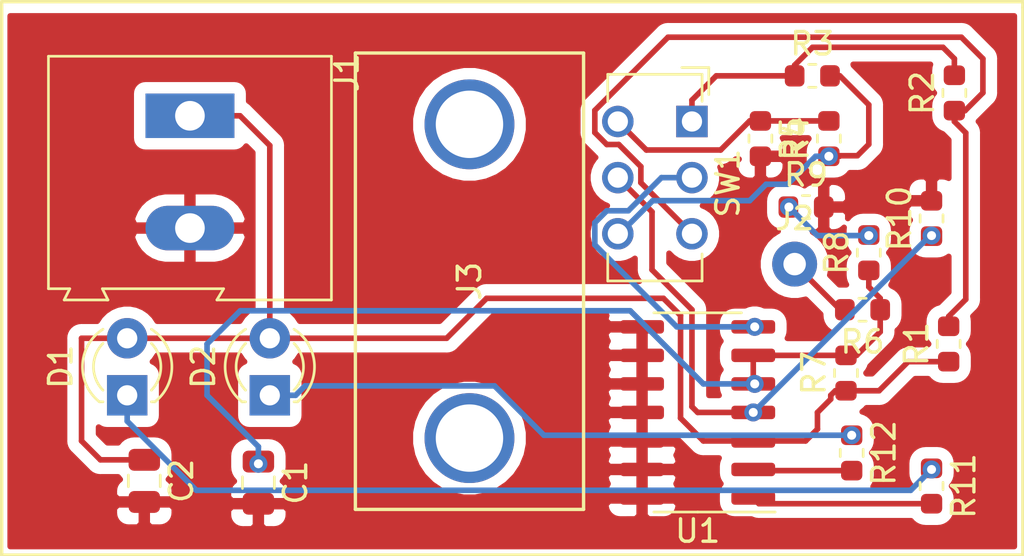
<source format=kicad_pcb>
(kicad_pcb (version 20171130) (host pcbnew "(5.1.5)-3")

  (general
    (thickness 1.6)
    (drawings 5)
    (tracks 138)
    (zones 0)
    (modules 21)
    (nets 17)
  )

  (page A4)
  (title_block
    (title "ETE102 - Fundamentos de Circuitos Digitais")
    (date 2020-05-25)
    (rev 01)
    (comment 2 "Monitor João")
    (comment 3 v00)
    (comment 4 "PCB teste")
  )

  (layers
    (0 F.Cu signal)
    (31 B.Cu signal)
    (32 B.Adhes user)
    (33 F.Adhes user)
    (34 B.Paste user)
    (35 F.Paste user)
    (36 B.SilkS user)
    (37 F.SilkS user)
    (38 B.Mask user)
    (39 F.Mask user)
    (40 Dwgs.User user)
    (41 Cmts.User user)
    (42 Eco1.User user)
    (43 Eco2.User user)
    (44 Edge.Cuts user)
    (45 Margin user)
    (46 B.CrtYd user)
    (47 F.CrtYd user)
    (48 B.Fab user)
    (49 F.Fab user hide)
  )

  (setup
    (last_trace_width 0.25)
    (trace_clearance 0.2)
    (zone_clearance 0.508)
    (zone_45_only no)
    (trace_min 0.2)
    (via_size 0.8)
    (via_drill 0.4)
    (via_min_size 0.4)
    (via_min_drill 0.3)
    (uvia_size 0.3)
    (uvia_drill 0.1)
    (uvias_allowed no)
    (uvia_min_size 0.2)
    (uvia_min_drill 0.1)
    (edge_width 0.1)
    (segment_width 0.2)
    (pcb_text_width 0.3)
    (pcb_text_size 1.5 1.5)
    (mod_edge_width 0.15)
    (mod_text_size 1 1)
    (mod_text_width 0.15)
    (pad_size 1.524 1.524)
    (pad_drill 0.762)
    (pad_to_mask_clearance 0)
    (aux_axis_origin 0 0)
    (visible_elements 7FFFFFFF)
    (pcbplotparams
      (layerselection 0x010fc_ffffffff)
      (usegerberextensions false)
      (usegerberattributes false)
      (usegerberadvancedattributes false)
      (creategerberjobfile false)
      (excludeedgelayer true)
      (linewidth 0.100000)
      (plotframeref false)
      (viasonmask false)
      (mode 1)
      (useauxorigin false)
      (hpglpennumber 1)
      (hpglpenspeed 20)
      (hpglpendiameter 15.000000)
      (psnegative false)
      (psa4output false)
      (plotreference true)
      (plotvalue true)
      (plotinvisibletext false)
      (padsonsilk false)
      (subtractmaskfromsilk false)
      (outputformat 1)
      (mirror false)
      (drillshape 1)
      (scaleselection 1)
      (outputdirectory ""))
  )

  (net 0 "")
  (net 1 "Net-(C1-Pad1)")
  (net 2 GND)
  (net 3 VCC)
  (net 4 "Net-(D1-Pad1)")
  (net 5 "Net-(D2-Pad1)")
  (net 6 "Net-(J2-Pad1)")
  (net 7 "Net-(J3-Pad1)")
  (net 8 "Net-(R1-Pad2)")
  (net 9 "Net-(R2-Pad2)")
  (net 10 "Net-(R3-Pad2)")
  (net 11 "Net-(R4-Pad2)")
  (net 12 "Net-(R8-Pad2)")
  (net 13 "Net-(R10-Pad1)")
  (net 14 "Net-(R11-Pad2)")
  (net 15 "Net-(R12-Pad2)")
  (net 16 "Net-(SW1-Pad2)")

  (net_class Default "This is the default net class."
    (clearance 0.2)
    (trace_width 0.25)
    (via_dia 0.8)
    (via_drill 0.4)
    (uvia_dia 0.3)
    (uvia_drill 0.1)
    (add_net GND)
    (add_net "Net-(C1-Pad1)")
    (add_net "Net-(D1-Pad1)")
    (add_net "Net-(D2-Pad1)")
    (add_net "Net-(J2-Pad1)")
    (add_net "Net-(J3-Pad1)")
    (add_net "Net-(R1-Pad2)")
    (add_net "Net-(R10-Pad1)")
    (add_net "Net-(R11-Pad2)")
    (add_net "Net-(R12-Pad2)")
    (add_net "Net-(R2-Pad2)")
    (add_net "Net-(R3-Pad2)")
    (add_net "Net-(R4-Pad2)")
    (add_net "Net-(R8-Pad2)")
    (add_net "Net-(SW1-Pad2)")
    (add_net VCC)
  )

  (module Capacitor_SMD:C_0805_2012Metric (layer F.Cu) (tedit 5B36C52B) (tstamp 5F10EF60)
    (at 61.976 184.7365 270)
    (descr "Capacitor SMD 0805 (2012 Metric), square (rectangular) end terminal, IPC_7351 nominal, (Body size source: https://docs.google.com/spreadsheets/d/1BsfQQcO9C6DZCsRaXUlFlo91Tg2WpOkGARC1WS5S8t0/edit?usp=sharing), generated with kicad-footprint-generator")
    (tags capacitor)
    (path /5BBF9380)
    (attr smd)
    (fp_text reference C1 (at 0 -1.65 90) (layer F.SilkS)
      (effects (font (size 1 1) (thickness 0.15)))
    )
    (fp_text value 10nF (at 0 1.65 90) (layer F.Fab)
      (effects (font (size 1 1) (thickness 0.15)))
    )
    (fp_line (start -1 0.6) (end -1 -0.6) (layer F.Fab) (width 0.1))
    (fp_line (start -1 -0.6) (end 1 -0.6) (layer F.Fab) (width 0.1))
    (fp_line (start 1 -0.6) (end 1 0.6) (layer F.Fab) (width 0.1))
    (fp_line (start 1 0.6) (end -1 0.6) (layer F.Fab) (width 0.1))
    (fp_line (start -0.258578 -0.71) (end 0.258578 -0.71) (layer F.SilkS) (width 0.12))
    (fp_line (start -0.258578 0.71) (end 0.258578 0.71) (layer F.SilkS) (width 0.12))
    (fp_line (start -1.68 0.95) (end -1.68 -0.95) (layer F.CrtYd) (width 0.05))
    (fp_line (start -1.68 -0.95) (end 1.68 -0.95) (layer F.CrtYd) (width 0.05))
    (fp_line (start 1.68 -0.95) (end 1.68 0.95) (layer F.CrtYd) (width 0.05))
    (fp_line (start 1.68 0.95) (end -1.68 0.95) (layer F.CrtYd) (width 0.05))
    (fp_text user %R (at 0 0 90) (layer F.Fab)
      (effects (font (size 0.5 0.5) (thickness 0.08)))
    )
    (pad 1 smd roundrect (at -0.9375 0 270) (size 0.975 1.4) (layers F.Cu F.Paste F.Mask) (roundrect_rratio 0.25)
      (net 1 "Net-(C1-Pad1)"))
    (pad 2 smd roundrect (at 0.9375 0 270) (size 0.975 1.4) (layers F.Cu F.Paste F.Mask) (roundrect_rratio 0.25)
      (net 2 GND))
    (model ${KISYS3DMOD}/Capacitor_SMD.3dshapes/C_0805_2012Metric.wrl
      (at (xyz 0 0 0))
      (scale (xyz 1 1 1))
      (rotate (xyz 0 0 0))
    )
  )

  (module Capacitor_SMD:C_0805_2012Metric (layer F.Cu) (tedit 5B36C52B) (tstamp 5F10EF71)
    (at 56.896 184.658 270)
    (descr "Capacitor SMD 0805 (2012 Metric), square (rectangular) end terminal, IPC_7351 nominal, (Body size source: https://docs.google.com/spreadsheets/d/1BsfQQcO9C6DZCsRaXUlFlo91Tg2WpOkGARC1WS5S8t0/edit?usp=sharing), generated with kicad-footprint-generator")
    (tags capacitor)
    (path /5C70F6AE)
    (attr smd)
    (fp_text reference C2 (at 0 -1.65 90) (layer F.SilkS)
      (effects (font (size 1 1) (thickness 0.15)))
    )
    (fp_text value 100nF (at 0 1.65 90) (layer F.Fab)
      (effects (font (size 1 1) (thickness 0.15)))
    )
    (fp_text user %R (at 0 0 90) (layer F.Fab)
      (effects (font (size 0.5 0.5) (thickness 0.08)))
    )
    (fp_line (start 1.68 0.95) (end -1.68 0.95) (layer F.CrtYd) (width 0.05))
    (fp_line (start 1.68 -0.95) (end 1.68 0.95) (layer F.CrtYd) (width 0.05))
    (fp_line (start -1.68 -0.95) (end 1.68 -0.95) (layer F.CrtYd) (width 0.05))
    (fp_line (start -1.68 0.95) (end -1.68 -0.95) (layer F.CrtYd) (width 0.05))
    (fp_line (start -0.258578 0.71) (end 0.258578 0.71) (layer F.SilkS) (width 0.12))
    (fp_line (start -0.258578 -0.71) (end 0.258578 -0.71) (layer F.SilkS) (width 0.12))
    (fp_line (start 1 0.6) (end -1 0.6) (layer F.Fab) (width 0.1))
    (fp_line (start 1 -0.6) (end 1 0.6) (layer F.Fab) (width 0.1))
    (fp_line (start -1 -0.6) (end 1 -0.6) (layer F.Fab) (width 0.1))
    (fp_line (start -1 0.6) (end -1 -0.6) (layer F.Fab) (width 0.1))
    (pad 2 smd roundrect (at 0.9375 0 270) (size 0.975 1.4) (layers F.Cu F.Paste F.Mask) (roundrect_rratio 0.25)
      (net 2 GND))
    (pad 1 smd roundrect (at -0.9375 0 270) (size 0.975 1.4) (layers F.Cu F.Paste F.Mask) (roundrect_rratio 0.25)
      (net 3 VCC))
    (model ${KISYS3DMOD}/Capacitor_SMD.3dshapes/C_0805_2012Metric.wrl
      (at (xyz 0 0 0))
      (scale (xyz 1 1 1))
      (rotate (xyz 0 0 0))
    )
  )

  (module LED_THT:LED_D3.0mm (layer F.Cu) (tedit 587A3A7B) (tstamp 5F10EF84)
    (at 56.134 180.848 90)
    (descr "LED, diameter 3.0mm, 2 pins")
    (tags "LED diameter 3.0mm 2 pins")
    (path /5BBF0DAA)
    (fp_text reference D1 (at 1.27 -2.96 90) (layer F.SilkS)
      (effects (font (size 1 1) (thickness 0.15)))
    )
    (fp_text value "LED ALTO" (at 1.27 2.96 90) (layer F.Fab)
      (effects (font (size 1 1) (thickness 0.15)))
    )
    (fp_line (start 3.7 -2.25) (end -1.15 -2.25) (layer F.CrtYd) (width 0.05))
    (fp_line (start 3.7 2.25) (end 3.7 -2.25) (layer F.CrtYd) (width 0.05))
    (fp_line (start -1.15 2.25) (end 3.7 2.25) (layer F.CrtYd) (width 0.05))
    (fp_line (start -1.15 -2.25) (end -1.15 2.25) (layer F.CrtYd) (width 0.05))
    (fp_line (start -0.29 1.08) (end -0.29 1.236) (layer F.SilkS) (width 0.12))
    (fp_line (start -0.29 -1.236) (end -0.29 -1.08) (layer F.SilkS) (width 0.12))
    (fp_line (start -0.23 -1.16619) (end -0.23 1.16619) (layer F.Fab) (width 0.1))
    (fp_circle (center 1.27 0) (end 2.77 0) (layer F.Fab) (width 0.1))
    (fp_arc (start 1.27 0) (end 0.229039 1.08) (angle -87.9) (layer F.SilkS) (width 0.12))
    (fp_arc (start 1.27 0) (end 0.229039 -1.08) (angle 87.9) (layer F.SilkS) (width 0.12))
    (fp_arc (start 1.27 0) (end -0.29 1.235516) (angle -108.8) (layer F.SilkS) (width 0.12))
    (fp_arc (start 1.27 0) (end -0.29 -1.235516) (angle 108.8) (layer F.SilkS) (width 0.12))
    (fp_arc (start 1.27 0) (end -0.23 -1.16619) (angle 284.3) (layer F.Fab) (width 0.1))
    (pad 2 thru_hole circle (at 2.54 0 90) (size 1.8 1.8) (drill 0.9) (layers *.Cu *.Mask)
      (net 3 VCC))
    (pad 1 thru_hole rect (at 0 0 90) (size 1.8 1.8) (drill 0.9) (layers *.Cu *.Mask)
      (net 4 "Net-(D1-Pad1)"))
    (model ${KISYS3DMOD}/LED_THT.3dshapes/LED_D3.0mm.wrl
      (at (xyz 0 0 0))
      (scale (xyz 1 1 1))
      (rotate (xyz 0 0 0))
    )
  )

  (module LED_THT:LED_D3.0mm (layer F.Cu) (tedit 587A3A7B) (tstamp 5F10EF97)
    (at 62.484 180.848 90)
    (descr "LED, diameter 3.0mm, 2 pins")
    (tags "LED diameter 3.0mm 2 pins")
    (path /5BBF0E71)
    (fp_text reference D2 (at 1.27 -2.96 90) (layer F.SilkS)
      (effects (font (size 1 1) (thickness 0.15)))
    )
    (fp_text value "LED BAIXO" (at 1.27 2.96 90) (layer F.Fab)
      (effects (font (size 1 1) (thickness 0.15)))
    )
    (fp_arc (start 1.27 0) (end -0.23 -1.16619) (angle 284.3) (layer F.Fab) (width 0.1))
    (fp_arc (start 1.27 0) (end -0.29 -1.235516) (angle 108.8) (layer F.SilkS) (width 0.12))
    (fp_arc (start 1.27 0) (end -0.29 1.235516) (angle -108.8) (layer F.SilkS) (width 0.12))
    (fp_arc (start 1.27 0) (end 0.229039 -1.08) (angle 87.9) (layer F.SilkS) (width 0.12))
    (fp_arc (start 1.27 0) (end 0.229039 1.08) (angle -87.9) (layer F.SilkS) (width 0.12))
    (fp_circle (center 1.27 0) (end 2.77 0) (layer F.Fab) (width 0.1))
    (fp_line (start -0.23 -1.16619) (end -0.23 1.16619) (layer F.Fab) (width 0.1))
    (fp_line (start -0.29 -1.236) (end -0.29 -1.08) (layer F.SilkS) (width 0.12))
    (fp_line (start -0.29 1.08) (end -0.29 1.236) (layer F.SilkS) (width 0.12))
    (fp_line (start -1.15 -2.25) (end -1.15 2.25) (layer F.CrtYd) (width 0.05))
    (fp_line (start -1.15 2.25) (end 3.7 2.25) (layer F.CrtYd) (width 0.05))
    (fp_line (start 3.7 2.25) (end 3.7 -2.25) (layer F.CrtYd) (width 0.05))
    (fp_line (start 3.7 -2.25) (end -1.15 -2.25) (layer F.CrtYd) (width 0.05))
    (pad 1 thru_hole rect (at 0 0 90) (size 1.8 1.8) (drill 0.9) (layers *.Cu *.Mask)
      (net 5 "Net-(D2-Pad1)"))
    (pad 2 thru_hole circle (at 2.54 0 90) (size 1.8 1.8) (drill 0.9) (layers *.Cu *.Mask)
      (net 3 VCC))
    (model ${KISYS3DMOD}/LED_THT.3dshapes/LED_D3.0mm.wrl
      (at (xyz 0 0 0))
      (scale (xyz 1 1 1))
      (rotate (xyz 0 0 0))
    )
  )

  (module TerminalBlock:TerminalBlock_Altech_AK300-2_P5.00mm (layer F.Cu) (tedit 59FF0306) (tstamp 5F10EFFE)
    (at 58.928 168.402 270)
    (descr "Altech AK300 terminal block, pitch 5.0mm, 45 degree angled, see http://www.mouser.com/ds/2/16/PCBMETRC-24178.pdf")
    (tags "Altech AK300 terminal block pitch 5.0mm")
    (path /5BD755FA)
    (fp_text reference J1 (at -1.92 -6.99 90) (layer F.SilkS)
      (effects (font (size 1 1) (thickness 0.15)))
    )
    (fp_text value Conn_01x02 (at 2.78 7.75 90) (layer F.Fab)
      (effects (font (size 1 1) (thickness 0.15)))
    )
    (fp_text user %R (at 2.5 -2 90) (layer F.Fab)
      (effects (font (size 1 1) (thickness 0.15)))
    )
    (fp_line (start -2.65 -6.3) (end -2.65 6.3) (layer F.SilkS) (width 0.12))
    (fp_line (start -2.65 6.3) (end 7.7 6.3) (layer F.SilkS) (width 0.12))
    (fp_line (start 7.7 6.3) (end 7.7 5.35) (layer F.SilkS) (width 0.12))
    (fp_line (start 7.7 5.35) (end 8.2 5.6) (layer F.SilkS) (width 0.12))
    (fp_line (start 8.2 5.6) (end 8.2 3.7) (layer F.SilkS) (width 0.12))
    (fp_line (start 8.2 3.7) (end 8.2 3.65) (layer F.SilkS) (width 0.12))
    (fp_line (start 8.2 3.65) (end 7.7 3.9) (layer F.SilkS) (width 0.12))
    (fp_line (start 7.7 3.9) (end 7.7 -1.5) (layer F.SilkS) (width 0.12))
    (fp_line (start 7.7 -1.5) (end 8.2 -1.2) (layer F.SilkS) (width 0.12))
    (fp_line (start 8.2 -1.2) (end 8.2 -6.3) (layer F.SilkS) (width 0.12))
    (fp_line (start 8.2 -6.3) (end -2.65 -6.3) (layer F.SilkS) (width 0.12))
    (fp_line (start -1.26 2.54) (end 1.28 2.54) (layer F.Fab) (width 0.1))
    (fp_line (start 1.28 2.54) (end 1.28 -0.25) (layer F.Fab) (width 0.1))
    (fp_line (start -1.26 -0.25) (end 1.28 -0.25) (layer F.Fab) (width 0.1))
    (fp_line (start -1.26 2.54) (end -1.26 -0.25) (layer F.Fab) (width 0.1))
    (fp_line (start 3.74 2.54) (end 6.28 2.54) (layer F.Fab) (width 0.1))
    (fp_line (start 6.28 2.54) (end 6.28 -0.25) (layer F.Fab) (width 0.1))
    (fp_line (start 3.74 -0.25) (end 6.28 -0.25) (layer F.Fab) (width 0.1))
    (fp_line (start 3.74 2.54) (end 3.74 -0.25) (layer F.Fab) (width 0.1))
    (fp_line (start 7.61 -6.22) (end 7.61 -3.17) (layer F.Fab) (width 0.1))
    (fp_line (start 7.61 -6.22) (end -2.58 -6.22) (layer F.Fab) (width 0.1))
    (fp_line (start 7.61 -6.22) (end 8.11 -6.22) (layer F.Fab) (width 0.1))
    (fp_line (start 8.11 -6.22) (end 8.11 -1.4) (layer F.Fab) (width 0.1))
    (fp_line (start 8.11 -1.4) (end 7.61 -1.65) (layer F.Fab) (width 0.1))
    (fp_line (start 8.11 5.46) (end 7.61 5.21) (layer F.Fab) (width 0.1))
    (fp_line (start 7.61 5.21) (end 7.61 6.22) (layer F.Fab) (width 0.1))
    (fp_line (start 8.11 3.81) (end 7.61 4.06) (layer F.Fab) (width 0.1))
    (fp_line (start 7.61 4.06) (end 7.61 5.21) (layer F.Fab) (width 0.1))
    (fp_line (start 8.11 3.81) (end 8.11 5.46) (layer F.Fab) (width 0.1))
    (fp_line (start 2.98 6.22) (end 2.98 4.32) (layer F.Fab) (width 0.1))
    (fp_line (start 7.05 -0.25) (end 7.05 4.32) (layer F.Fab) (width 0.1))
    (fp_line (start 2.98 6.22) (end 7.05 6.22) (layer F.Fab) (width 0.1))
    (fp_line (start 7.05 6.22) (end 7.61 6.22) (layer F.Fab) (width 0.1))
    (fp_line (start 2.04 6.22) (end 2.04 4.32) (layer F.Fab) (width 0.1))
    (fp_line (start 2.04 6.22) (end 2.98 6.22) (layer F.Fab) (width 0.1))
    (fp_line (start -2.02 -0.25) (end -2.02 4.32) (layer F.Fab) (width 0.1))
    (fp_line (start -2.58 6.22) (end -2.02 6.22) (layer F.Fab) (width 0.1))
    (fp_line (start -2.02 6.22) (end 2.04 6.22) (layer F.Fab) (width 0.1))
    (fp_line (start 2.98 4.32) (end 7.05 4.32) (layer F.Fab) (width 0.1))
    (fp_line (start 2.98 4.32) (end 2.98 -0.25) (layer F.Fab) (width 0.1))
    (fp_line (start 7.05 4.32) (end 7.05 6.22) (layer F.Fab) (width 0.1))
    (fp_line (start 2.04 4.32) (end -2.02 4.32) (layer F.Fab) (width 0.1))
    (fp_line (start 2.04 4.32) (end 2.04 -0.25) (layer F.Fab) (width 0.1))
    (fp_line (start -2.02 4.32) (end -2.02 6.22) (layer F.Fab) (width 0.1))
    (fp_line (start 6.67 3.68) (end 6.67 0.51) (layer F.Fab) (width 0.1))
    (fp_line (start 6.67 3.68) (end 3.36 3.68) (layer F.Fab) (width 0.1))
    (fp_line (start 3.36 3.68) (end 3.36 0.51) (layer F.Fab) (width 0.1))
    (fp_line (start 1.66 3.68) (end 1.66 0.51) (layer F.Fab) (width 0.1))
    (fp_line (start 1.66 3.68) (end -1.64 3.68) (layer F.Fab) (width 0.1))
    (fp_line (start -1.64 3.68) (end -1.64 0.51) (layer F.Fab) (width 0.1))
    (fp_line (start -1.64 0.51) (end -1.26 0.51) (layer F.Fab) (width 0.1))
    (fp_line (start 1.66 0.51) (end 1.28 0.51) (layer F.Fab) (width 0.1))
    (fp_line (start 3.36 0.51) (end 3.74 0.51) (layer F.Fab) (width 0.1))
    (fp_line (start 6.67 0.51) (end 6.28 0.51) (layer F.Fab) (width 0.1))
    (fp_line (start -2.58 6.22) (end -2.58 -0.64) (layer F.Fab) (width 0.1))
    (fp_line (start -2.58 -0.64) (end -2.58 -3.17) (layer F.Fab) (width 0.1))
    (fp_line (start 7.61 -1.65) (end 7.61 -0.64) (layer F.Fab) (width 0.1))
    (fp_line (start 7.61 -0.64) (end 7.61 4.06) (layer F.Fab) (width 0.1))
    (fp_line (start -2.58 -3.17) (end 7.61 -3.17) (layer F.Fab) (width 0.1))
    (fp_line (start -2.58 -3.17) (end -2.58 -6.22) (layer F.Fab) (width 0.1))
    (fp_line (start 7.61 -3.17) (end 7.61 -1.65) (layer F.Fab) (width 0.1))
    (fp_line (start 2.98 -3.43) (end 2.98 -5.97) (layer F.Fab) (width 0.1))
    (fp_line (start 2.98 -5.97) (end 7.05 -5.97) (layer F.Fab) (width 0.1))
    (fp_line (start 7.05 -5.97) (end 7.05 -3.43) (layer F.Fab) (width 0.1))
    (fp_line (start 7.05 -3.43) (end 2.98 -3.43) (layer F.Fab) (width 0.1))
    (fp_line (start 2.04 -3.43) (end 2.04 -5.97) (layer F.Fab) (width 0.1))
    (fp_line (start 2.04 -3.43) (end -2.02 -3.43) (layer F.Fab) (width 0.1))
    (fp_line (start -2.02 -3.43) (end -2.02 -5.97) (layer F.Fab) (width 0.1))
    (fp_line (start 2.04 -5.97) (end -2.02 -5.97) (layer F.Fab) (width 0.1))
    (fp_line (start 3.39 -4.45) (end 6.44 -5.08) (layer F.Fab) (width 0.1))
    (fp_line (start 3.52 -4.32) (end 6.56 -4.95) (layer F.Fab) (width 0.1))
    (fp_line (start -1.62 -4.45) (end 1.44 -5.08) (layer F.Fab) (width 0.1))
    (fp_line (start -1.49 -4.32) (end 1.56 -4.95) (layer F.Fab) (width 0.1))
    (fp_line (start -2.02 -0.25) (end -1.64 -0.25) (layer F.Fab) (width 0.1))
    (fp_line (start 2.04 -0.25) (end 1.66 -0.25) (layer F.Fab) (width 0.1))
    (fp_line (start 1.66 -0.25) (end -1.64 -0.25) (layer F.Fab) (width 0.1))
    (fp_line (start -2.58 -0.64) (end -1.64 -0.64) (layer F.Fab) (width 0.1))
    (fp_line (start -1.64 -0.64) (end 1.66 -0.64) (layer F.Fab) (width 0.1))
    (fp_line (start 1.66 -0.64) (end 3.36 -0.64) (layer F.Fab) (width 0.1))
    (fp_line (start 7.61 -0.64) (end 6.67 -0.64) (layer F.Fab) (width 0.1))
    (fp_line (start 6.67 -0.64) (end 3.36 -0.64) (layer F.Fab) (width 0.1))
    (fp_line (start 7.05 -0.25) (end 6.67 -0.25) (layer F.Fab) (width 0.1))
    (fp_line (start 2.98 -0.25) (end 3.36 -0.25) (layer F.Fab) (width 0.1))
    (fp_line (start 3.36 -0.25) (end 6.67 -0.25) (layer F.Fab) (width 0.1))
    (fp_line (start -2.83 -6.47) (end 8.36 -6.47) (layer F.CrtYd) (width 0.05))
    (fp_line (start -2.83 -6.47) (end -2.83 6.47) (layer F.CrtYd) (width 0.05))
    (fp_line (start 8.36 6.47) (end 8.36 -6.47) (layer F.CrtYd) (width 0.05))
    (fp_line (start 8.36 6.47) (end -2.83 6.47) (layer F.CrtYd) (width 0.05))
    (fp_arc (start 6.03 -4.59) (end 6.54 -5.05) (angle 90.5) (layer F.Fab) (width 0.1))
    (fp_arc (start 5.07 -6.07) (end 6.53 -4.12) (angle 75.5) (layer F.Fab) (width 0.1))
    (fp_arc (start 4.99 -3.71) (end 3.39 -5) (angle 100) (layer F.Fab) (width 0.1))
    (fp_arc (start 3.87 -4.65) (end 3.58 -4.13) (angle 104.2) (layer F.Fab) (width 0.1))
    (fp_arc (start 1.03 -4.59) (end 1.53 -5.05) (angle 90.5) (layer F.Fab) (width 0.1))
    (fp_arc (start 0.06 -6.07) (end 1.53 -4.12) (angle 75.5) (layer F.Fab) (width 0.1))
    (fp_arc (start -0.01 -3.71) (end -1.62 -5) (angle 100) (layer F.Fab) (width 0.1))
    (fp_arc (start -1.13 -4.65) (end -1.42 -4.13) (angle 104.2) (layer F.Fab) (width 0.1))
    (pad 1 thru_hole rect (at 0 0 270) (size 1.98 3.96) (drill 1.32) (layers *.Cu *.Mask)
      (net 3 VCC))
    (pad 2 thru_hole oval (at 5 0 270) (size 1.98 3.96) (drill 1.32) (layers *.Cu *.Mask)
      (net 2 GND))
    (model ${KISYS3DMOD}/TerminalBlock.3dshapes/TerminalBlock_Altech_AK300-2_P5.00mm.wrl
      (at (xyz 0 0 0))
      (scale (xyz 1 1 1))
      (rotate (xyz 0 0 0))
    )
  )

  (module Original:MountingHole_1mm_M1_DIN965_Pad (layer F.Cu) (tedit 5CA94E25) (tstamp 5F10F006)
    (at 85.852 175.006)
    (descr "Mounting Hole 2.2mm, M2, DIN965")
    (tags "mounting hole 2.2mm m2 din965")
    (path /5ECCF2E7)
    (attr virtual)
    (fp_text reference J2 (at 0 -2.032) (layer F.SilkS)
      (effects (font (size 1 1) (thickness 0.15)))
    )
    (fp_text value TEST_1P (at 0 2.9) (layer F.Fab)
      (effects (font (size 1 1) (thickness 0.15)))
    )
    (fp_text user %R (at 0.3 0) (layer F.Fab)
      (effects (font (size 1 1) (thickness 0.15)))
    )
    (fp_circle (center 0 0) (end 1.143 0) (layer Cmts.User) (width 0.15))
    (fp_circle (center 0 0) (end 1.27 0) (layer F.CrtYd) (width 0.05))
    (pad 1 thru_hole circle (at 0 0) (size 2 2) (drill 1) (layers *.Cu *.Mask)
      (net 6 "Net-(J2-Pad1)"))
  )

  (module Original:ponta-de-prova-fixacao-20mm-x-10mm-x-10mm (layer F.Cu) (tedit 5CA94794) (tstamp 5F10F018)
    (at 66.294 165.608)
    (path /5ECF54C3)
    (fp_text reference J3 (at 5.08 10.16 90) (layer F.SilkS)
      (effects (font (size 1 1) (thickness 0.15)))
    )
    (fp_text value TEST_1P (at 5.715 6.858) (layer F.Fab) hide
      (effects (font (size 1 1) (thickness 0.15)))
    )
    (fp_line (start -0.127 -0.127) (end -0.127 1.143) (layer F.CrtYd) (width 0.05))
    (fp_line (start 10.287 -0.127) (end -0.127 -0.127) (layer F.CrtYd) (width 0.05))
    (fp_line (start 10.287 1.143) (end 10.287 -0.127) (layer F.CrtYd) (width 0.05))
    (fp_line (start -0.127 20.447) (end 10.287 20.447) (layer F.CrtYd) (width 0.05))
    (fp_line (start 10.287 20.447) (end 10.287 15.113) (layer F.CrtYd) (width 0.05))
    (fp_line (start -0.127 15.113) (end -0.127 20.447) (layer F.CrtYd) (width 0.05))
    (fp_line (start 10.287 15.113) (end 10.287 1.143) (layer F.CrtYd) (width 0.05))
    (fp_line (start -0.127 1.143) (end -0.127 15.113) (layer F.CrtYd) (width 0.05))
    (fp_line (start 10.16 0) (end 0 0) (layer F.SilkS) (width 0.15))
    (fp_line (start 10.16 20.32) (end 10.16 0) (layer F.SilkS) (width 0.15))
    (fp_line (start 0 20.32) (end 10.16 20.32) (layer F.SilkS) (width 0.15))
    (fp_line (start 0 0) (end 0 20.32) (layer F.SilkS) (width 0.15))
    (pad 2 thru_hole circle (at 5.08 17.145) (size 4 4) (drill 3) (layers *.Cu *.Mask))
    (pad 1 thru_hole circle (at 5.08 3.175) (size 4 4) (drill 3) (layers *.Cu *.Mask)
      (net 7 "Net-(J3-Pad1)"))
  )

  (module Resistor_SMD:R_0603_1608Metric (layer F.Cu) (tedit 5B301BBD) (tstamp 5F10F029)
    (at 92.71 178.562 90)
    (descr "Resistor SMD 0603 (1608 Metric), square (rectangular) end terminal, IPC_7351 nominal, (Body size source: http://www.tortai-tech.com/upload/download/2011102023233369053.pdf), generated with kicad-footprint-generator")
    (tags resistor)
    (path /5BBF0ACE)
    (attr smd)
    (fp_text reference R1 (at 0 -1.43 90) (layer F.SilkS)
      (effects (font (size 1 1) (thickness 0.15)))
    )
    (fp_text value 47k (at 0 1.43 90) (layer F.Fab)
      (effects (font (size 1 1) (thickness 0.15)))
    )
    (fp_text user %R (at 0 0 90) (layer F.Fab)
      (effects (font (size 0.4 0.4) (thickness 0.06)))
    )
    (fp_line (start 1.48 0.73) (end -1.48 0.73) (layer F.CrtYd) (width 0.05))
    (fp_line (start 1.48 -0.73) (end 1.48 0.73) (layer F.CrtYd) (width 0.05))
    (fp_line (start -1.48 -0.73) (end 1.48 -0.73) (layer F.CrtYd) (width 0.05))
    (fp_line (start -1.48 0.73) (end -1.48 -0.73) (layer F.CrtYd) (width 0.05))
    (fp_line (start -0.162779 0.51) (end 0.162779 0.51) (layer F.SilkS) (width 0.12))
    (fp_line (start -0.162779 -0.51) (end 0.162779 -0.51) (layer F.SilkS) (width 0.12))
    (fp_line (start 0.8 0.4) (end -0.8 0.4) (layer F.Fab) (width 0.1))
    (fp_line (start 0.8 -0.4) (end 0.8 0.4) (layer F.Fab) (width 0.1))
    (fp_line (start -0.8 -0.4) (end 0.8 -0.4) (layer F.Fab) (width 0.1))
    (fp_line (start -0.8 0.4) (end -0.8 -0.4) (layer F.Fab) (width 0.1))
    (pad 2 smd roundrect (at 0.7875 0 90) (size 0.875 0.95) (layers F.Cu F.Paste F.Mask) (roundrect_rratio 0.25)
      (net 8 "Net-(R1-Pad2)"))
    (pad 1 smd roundrect (at -0.7875 0 90) (size 0.875 0.95) (layers F.Cu F.Paste F.Mask) (roundrect_rratio 0.25)
      (net 3 VCC))
    (model ${KISYS3DMOD}/Resistor_SMD.3dshapes/R_0603_1608Metric.wrl
      (at (xyz 0 0 0))
      (scale (xyz 1 1 1))
      (rotate (xyz 0 0 0))
    )
  )

  (module Resistor_SMD:R_0603_1608Metric (layer F.Cu) (tedit 5B301BBD) (tstamp 5F10F03A)
    (at 92.964 167.386 90)
    (descr "Resistor SMD 0603 (1608 Metric), square (rectangular) end terminal, IPC_7351 nominal, (Body size source: http://www.tortai-tech.com/upload/download/2011102023233369053.pdf), generated with kicad-footprint-generator")
    (tags resistor)
    (path /5BBF0404)
    (attr smd)
    (fp_text reference R2 (at 0 -1.43 90) (layer F.SilkS)
      (effects (font (size 1 1) (thickness 0.15)))
    )
    (fp_text value 56k (at 0 1.43 90) (layer F.Fab)
      (effects (font (size 1 1) (thickness 0.15)))
    )
    (fp_text user %R (at 0 0 90) (layer F.Fab)
      (effects (font (size 0.4 0.4) (thickness 0.06)))
    )
    (fp_line (start 1.48 0.73) (end -1.48 0.73) (layer F.CrtYd) (width 0.05))
    (fp_line (start 1.48 -0.73) (end 1.48 0.73) (layer F.CrtYd) (width 0.05))
    (fp_line (start -1.48 -0.73) (end 1.48 -0.73) (layer F.CrtYd) (width 0.05))
    (fp_line (start -1.48 0.73) (end -1.48 -0.73) (layer F.CrtYd) (width 0.05))
    (fp_line (start -0.162779 0.51) (end 0.162779 0.51) (layer F.SilkS) (width 0.12))
    (fp_line (start -0.162779 -0.51) (end 0.162779 -0.51) (layer F.SilkS) (width 0.12))
    (fp_line (start 0.8 0.4) (end -0.8 0.4) (layer F.Fab) (width 0.1))
    (fp_line (start 0.8 -0.4) (end 0.8 0.4) (layer F.Fab) (width 0.1))
    (fp_line (start -0.8 -0.4) (end 0.8 -0.4) (layer F.Fab) (width 0.1))
    (fp_line (start -0.8 0.4) (end -0.8 -0.4) (layer F.Fab) (width 0.1))
    (pad 2 smd roundrect (at 0.7875 0 90) (size 0.875 0.95) (layers F.Cu F.Paste F.Mask) (roundrect_rratio 0.25)
      (net 9 "Net-(R2-Pad2)"))
    (pad 1 smd roundrect (at -0.7875 0 90) (size 0.875 0.95) (layers F.Cu F.Paste F.Mask) (roundrect_rratio 0.25)
      (net 8 "Net-(R1-Pad2)"))
    (model ${KISYS3DMOD}/Resistor_SMD.3dshapes/R_0603_1608Metric.wrl
      (at (xyz 0 0 0))
      (scale (xyz 1 1 1))
      (rotate (xyz 0 0 0))
    )
  )

  (module Resistor_SMD:R_0603_1608Metric (layer F.Cu) (tedit 5B301BBD) (tstamp 5F10F04B)
    (at 86.6395 166.624)
    (descr "Resistor SMD 0603 (1608 Metric), square (rectangular) end terminal, IPC_7351 nominal, (Body size source: http://www.tortai-tech.com/upload/download/2011102023233369053.pdf), generated with kicad-footprint-generator")
    (tags resistor)
    (path /5BBF043F)
    (attr smd)
    (fp_text reference R3 (at 0 -1.43) (layer F.SilkS)
      (effects (font (size 1 1) (thickness 0.15)))
    )
    (fp_text value 22k (at 0 1.43) (layer F.Fab)
      (effects (font (size 1 1) (thickness 0.15)))
    )
    (fp_line (start -0.8 0.4) (end -0.8 -0.4) (layer F.Fab) (width 0.1))
    (fp_line (start -0.8 -0.4) (end 0.8 -0.4) (layer F.Fab) (width 0.1))
    (fp_line (start 0.8 -0.4) (end 0.8 0.4) (layer F.Fab) (width 0.1))
    (fp_line (start 0.8 0.4) (end -0.8 0.4) (layer F.Fab) (width 0.1))
    (fp_line (start -0.162779 -0.51) (end 0.162779 -0.51) (layer F.SilkS) (width 0.12))
    (fp_line (start -0.162779 0.51) (end 0.162779 0.51) (layer F.SilkS) (width 0.12))
    (fp_line (start -1.48 0.73) (end -1.48 -0.73) (layer F.CrtYd) (width 0.05))
    (fp_line (start -1.48 -0.73) (end 1.48 -0.73) (layer F.CrtYd) (width 0.05))
    (fp_line (start 1.48 -0.73) (end 1.48 0.73) (layer F.CrtYd) (width 0.05))
    (fp_line (start 1.48 0.73) (end -1.48 0.73) (layer F.CrtYd) (width 0.05))
    (fp_text user %R (at 0 0) (layer F.Fab)
      (effects (font (size 0.4 0.4) (thickness 0.06)))
    )
    (pad 1 smd roundrect (at -0.7875 0) (size 0.875 0.95) (layers F.Cu F.Paste F.Mask) (roundrect_rratio 0.25)
      (net 9 "Net-(R2-Pad2)"))
    (pad 2 smd roundrect (at 0.7875 0) (size 0.875 0.95) (layers F.Cu F.Paste F.Mask) (roundrect_rratio 0.25)
      (net 10 "Net-(R3-Pad2)"))
    (model ${KISYS3DMOD}/Resistor_SMD.3dshapes/R_0603_1608Metric.wrl
      (at (xyz 0 0 0))
      (scale (xyz 1 1 1))
      (rotate (xyz 0 0 0))
    )
  )

  (module Resistor_SMD:R_0603_1608Metric (layer F.Cu) (tedit 5B301BBD) (tstamp 5F10F05C)
    (at 87.376 169.418 90)
    (descr "Resistor SMD 0603 (1608 Metric), square (rectangular) end terminal, IPC_7351 nominal, (Body size source: http://www.tortai-tech.com/upload/download/2011102023233369053.pdf), generated with kicad-footprint-generator")
    (tags resistor)
    (path /5BBF02DC)
    (attr smd)
    (fp_text reference R4 (at 0 -1.43 90) (layer F.SilkS)
      (effects (font (size 1 1) (thickness 0.15)))
    )
    (fp_text value 47k (at 0 1.43 90) (layer F.Fab)
      (effects (font (size 1 1) (thickness 0.15)))
    )
    (fp_text user %R (at 0 0 90) (layer F.Fab)
      (effects (font (size 0.4 0.4) (thickness 0.06)))
    )
    (fp_line (start 1.48 0.73) (end -1.48 0.73) (layer F.CrtYd) (width 0.05))
    (fp_line (start 1.48 -0.73) (end 1.48 0.73) (layer F.CrtYd) (width 0.05))
    (fp_line (start -1.48 -0.73) (end 1.48 -0.73) (layer F.CrtYd) (width 0.05))
    (fp_line (start -1.48 0.73) (end -1.48 -0.73) (layer F.CrtYd) (width 0.05))
    (fp_line (start -0.162779 0.51) (end 0.162779 0.51) (layer F.SilkS) (width 0.12))
    (fp_line (start -0.162779 -0.51) (end 0.162779 -0.51) (layer F.SilkS) (width 0.12))
    (fp_line (start 0.8 0.4) (end -0.8 0.4) (layer F.Fab) (width 0.1))
    (fp_line (start 0.8 -0.4) (end 0.8 0.4) (layer F.Fab) (width 0.1))
    (fp_line (start -0.8 -0.4) (end 0.8 -0.4) (layer F.Fab) (width 0.1))
    (fp_line (start -0.8 0.4) (end -0.8 -0.4) (layer F.Fab) (width 0.1))
    (pad 2 smd roundrect (at 0.7875 0 90) (size 0.875 0.95) (layers F.Cu F.Paste F.Mask) (roundrect_rratio 0.25)
      (net 11 "Net-(R4-Pad2)"))
    (pad 1 smd roundrect (at -0.7875 0 90) (size 0.875 0.95) (layers F.Cu F.Paste F.Mask) (roundrect_rratio 0.25)
      (net 10 "Net-(R3-Pad2)"))
    (model ${KISYS3DMOD}/Resistor_SMD.3dshapes/R_0603_1608Metric.wrl
      (at (xyz 0 0 0))
      (scale (xyz 1 1 1))
      (rotate (xyz 0 0 0))
    )
  )

  (module Resistor_SMD:R_0603_1608Metric (layer F.Cu) (tedit 5B301BBD) (tstamp 5F10F06D)
    (at 84.328 169.418 270)
    (descr "Resistor SMD 0603 (1608 Metric), square (rectangular) end terminal, IPC_7351 nominal, (Body size source: http://www.tortai-tech.com/upload/download/2011102023233369053.pdf), generated with kicad-footprint-generator")
    (tags resistor)
    (path /5BBF0383)
    (attr smd)
    (fp_text reference R5 (at 0 -1.43 90) (layer F.SilkS)
      (effects (font (size 1 1) (thickness 0.15)))
    )
    (fp_text value 33k (at 0 1.43 90) (layer F.Fab)
      (effects (font (size 1 1) (thickness 0.15)))
    )
    (fp_line (start -0.8 0.4) (end -0.8 -0.4) (layer F.Fab) (width 0.1))
    (fp_line (start -0.8 -0.4) (end 0.8 -0.4) (layer F.Fab) (width 0.1))
    (fp_line (start 0.8 -0.4) (end 0.8 0.4) (layer F.Fab) (width 0.1))
    (fp_line (start 0.8 0.4) (end -0.8 0.4) (layer F.Fab) (width 0.1))
    (fp_line (start -0.162779 -0.51) (end 0.162779 -0.51) (layer F.SilkS) (width 0.12))
    (fp_line (start -0.162779 0.51) (end 0.162779 0.51) (layer F.SilkS) (width 0.12))
    (fp_line (start -1.48 0.73) (end -1.48 -0.73) (layer F.CrtYd) (width 0.05))
    (fp_line (start -1.48 -0.73) (end 1.48 -0.73) (layer F.CrtYd) (width 0.05))
    (fp_line (start 1.48 -0.73) (end 1.48 0.73) (layer F.CrtYd) (width 0.05))
    (fp_line (start 1.48 0.73) (end -1.48 0.73) (layer F.CrtYd) (width 0.05))
    (fp_text user %R (at 0 0 90) (layer F.Fab)
      (effects (font (size 0.4 0.4) (thickness 0.06)))
    )
    (pad 1 smd roundrect (at -0.7875 0 270) (size 0.875 0.95) (layers F.Cu F.Paste F.Mask) (roundrect_rratio 0.25)
      (net 11 "Net-(R4-Pad2)"))
    (pad 2 smd roundrect (at 0.7875 0 270) (size 0.875 0.95) (layers F.Cu F.Paste F.Mask) (roundrect_rratio 0.25)
      (net 2 GND))
    (model ${KISYS3DMOD}/Resistor_SMD.3dshapes/R_0603_1608Metric.wrl
      (at (xyz 0 0 0))
      (scale (xyz 1 1 1))
      (rotate (xyz 0 0 0))
    )
  )

  (module Resistor_SMD:R_0603_1608Metric (layer F.Cu) (tedit 5B301BBD) (tstamp 5F10F07E)
    (at 88.8745 177.038 180)
    (descr "Resistor SMD 0603 (1608 Metric), square (rectangular) end terminal, IPC_7351 nominal, (Body size source: http://www.tortai-tech.com/upload/download/2011102023233369053.pdf), generated with kicad-footprint-generator")
    (tags resistor)
    (path /5BBF0C7D)
    (attr smd)
    (fp_text reference R6 (at 0 -1.43) (layer F.SilkS)
      (effects (font (size 1 1) (thickness 0.15)))
    )
    (fp_text value 10k (at 0 1.43) (layer F.Fab)
      (effects (font (size 1 1) (thickness 0.15)))
    )
    (fp_line (start -0.8 0.4) (end -0.8 -0.4) (layer F.Fab) (width 0.1))
    (fp_line (start -0.8 -0.4) (end 0.8 -0.4) (layer F.Fab) (width 0.1))
    (fp_line (start 0.8 -0.4) (end 0.8 0.4) (layer F.Fab) (width 0.1))
    (fp_line (start 0.8 0.4) (end -0.8 0.4) (layer F.Fab) (width 0.1))
    (fp_line (start -0.162779 -0.51) (end 0.162779 -0.51) (layer F.SilkS) (width 0.12))
    (fp_line (start -0.162779 0.51) (end 0.162779 0.51) (layer F.SilkS) (width 0.12))
    (fp_line (start -1.48 0.73) (end -1.48 -0.73) (layer F.CrtYd) (width 0.05))
    (fp_line (start -1.48 -0.73) (end 1.48 -0.73) (layer F.CrtYd) (width 0.05))
    (fp_line (start 1.48 -0.73) (end 1.48 0.73) (layer F.CrtYd) (width 0.05))
    (fp_line (start 1.48 0.73) (end -1.48 0.73) (layer F.CrtYd) (width 0.05))
    (fp_text user %R (at 0 0) (layer F.Fab)
      (effects (font (size 0.4 0.4) (thickness 0.06)))
    )
    (pad 1 smd roundrect (at -0.7875 0 180) (size 0.875 0.95) (layers F.Cu F.Paste F.Mask) (roundrect_rratio 0.25)
      (net 1 "Net-(C1-Pad1)"))
    (pad 2 smd roundrect (at 0.7875 0 180) (size 0.875 0.95) (layers F.Cu F.Paste F.Mask) (roundrect_rratio 0.25)
      (net 6 "Net-(J2-Pad1)"))
    (model ${KISYS3DMOD}/Resistor_SMD.3dshapes/R_0603_1608Metric.wrl
      (at (xyz 0 0 0))
      (scale (xyz 1 1 1))
      (rotate (xyz 0 0 0))
    )
  )

  (module Resistor_SMD:R_0603_1608Metric (layer F.Cu) (tedit 5B301BBD) (tstamp 5F10F08F)
    (at 88.138 179.8575 90)
    (descr "Resistor SMD 0603 (1608 Metric), square (rectangular) end terminal, IPC_7351 nominal, (Body size source: http://www.tortai-tech.com/upload/download/2011102023233369053.pdf), generated with kicad-footprint-generator")
    (tags resistor)
    (path /5BBF0B71)
    (attr smd)
    (fp_text reference R7 (at 0 -1.43 90) (layer F.SilkS)
      (effects (font (size 1 1) (thickness 0.15)))
    )
    (fp_text value 1.2M (at 0 1.43 90) (layer F.Fab)
      (effects (font (size 1 1) (thickness 0.15)))
    )
    (fp_line (start -0.8 0.4) (end -0.8 -0.4) (layer F.Fab) (width 0.1))
    (fp_line (start -0.8 -0.4) (end 0.8 -0.4) (layer F.Fab) (width 0.1))
    (fp_line (start 0.8 -0.4) (end 0.8 0.4) (layer F.Fab) (width 0.1))
    (fp_line (start 0.8 0.4) (end -0.8 0.4) (layer F.Fab) (width 0.1))
    (fp_line (start -0.162779 -0.51) (end 0.162779 -0.51) (layer F.SilkS) (width 0.12))
    (fp_line (start -0.162779 0.51) (end 0.162779 0.51) (layer F.SilkS) (width 0.12))
    (fp_line (start -1.48 0.73) (end -1.48 -0.73) (layer F.CrtYd) (width 0.05))
    (fp_line (start -1.48 -0.73) (end 1.48 -0.73) (layer F.CrtYd) (width 0.05))
    (fp_line (start 1.48 -0.73) (end 1.48 0.73) (layer F.CrtYd) (width 0.05))
    (fp_line (start 1.48 0.73) (end -1.48 0.73) (layer F.CrtYd) (width 0.05))
    (fp_text user %R (at 0 0 90) (layer F.Fab)
      (effects (font (size 0.4 0.4) (thickness 0.06)))
    )
    (pad 1 smd roundrect (at -0.7875 0 90) (size 0.875 0.95) (layers F.Cu F.Paste F.Mask) (roundrect_rratio 0.25)
      (net 3 VCC))
    (pad 2 smd roundrect (at 0.7875 0 90) (size 0.875 0.95) (layers F.Cu F.Paste F.Mask) (roundrect_rratio 0.25)
      (net 1 "Net-(C1-Pad1)"))
    (model ${KISYS3DMOD}/Resistor_SMD.3dshapes/R_0603_1608Metric.wrl
      (at (xyz 0 0 0))
      (scale (xyz 1 1 1))
      (rotate (xyz 0 0 0))
    )
  )

  (module Resistor_SMD:R_0603_1608Metric (layer F.Cu) (tedit 5B301BBD) (tstamp 5F10F0A0)
    (at 89.154 174.498 90)
    (descr "Resistor SMD 0603 (1608 Metric), square (rectangular) end terminal, IPC_7351 nominal, (Body size source: http://www.tortai-tech.com/upload/download/2011102023233369053.pdf), generated with kicad-footprint-generator")
    (tags resistor)
    (path /5BBF04AF)
    (attr smd)
    (fp_text reference R8 (at 0 -1.43 90) (layer F.SilkS)
      (effects (font (size 1 1) (thickness 0.15)))
    )
    (fp_text value 680k (at 0 1.43 90) (layer F.Fab)
      (effects (font (size 1 1) (thickness 0.15)))
    )
    (fp_line (start -0.8 0.4) (end -0.8 -0.4) (layer F.Fab) (width 0.1))
    (fp_line (start -0.8 -0.4) (end 0.8 -0.4) (layer F.Fab) (width 0.1))
    (fp_line (start 0.8 -0.4) (end 0.8 0.4) (layer F.Fab) (width 0.1))
    (fp_line (start 0.8 0.4) (end -0.8 0.4) (layer F.Fab) (width 0.1))
    (fp_line (start -0.162779 -0.51) (end 0.162779 -0.51) (layer F.SilkS) (width 0.12))
    (fp_line (start -0.162779 0.51) (end 0.162779 0.51) (layer F.SilkS) (width 0.12))
    (fp_line (start -1.48 0.73) (end -1.48 -0.73) (layer F.CrtYd) (width 0.05))
    (fp_line (start -1.48 -0.73) (end 1.48 -0.73) (layer F.CrtYd) (width 0.05))
    (fp_line (start 1.48 -0.73) (end 1.48 0.73) (layer F.CrtYd) (width 0.05))
    (fp_line (start 1.48 0.73) (end -1.48 0.73) (layer F.CrtYd) (width 0.05))
    (fp_text user %R (at 0 0 90) (layer F.Fab)
      (effects (font (size 0.4 0.4) (thickness 0.06)))
    )
    (pad 1 smd roundrect (at -0.7875 0 90) (size 0.875 0.95) (layers F.Cu F.Paste F.Mask) (roundrect_rratio 0.25)
      (net 1 "Net-(C1-Pad1)"))
    (pad 2 smd roundrect (at 0.7875 0 90) (size 0.875 0.95) (layers F.Cu F.Paste F.Mask) (roundrect_rratio 0.25)
      (net 12 "Net-(R8-Pad2)"))
    (model ${KISYS3DMOD}/Resistor_SMD.3dshapes/R_0603_1608Metric.wrl
      (at (xyz 0 0 0))
      (scale (xyz 1 1 1))
      (rotate (xyz 0 0 0))
    )
  )

  (module Resistor_SMD:R_0603_1608Metric (layer F.Cu) (tedit 5B301BBD) (tstamp 5F10F0B1)
    (at 86.36 172.466)
    (descr "Resistor SMD 0603 (1608 Metric), square (rectangular) end terminal, IPC_7351 nominal, (Body size source: http://www.tortai-tech.com/upload/download/2011102023233369053.pdf), generated with kicad-footprint-generator")
    (tags resistor)
    (path /5BBF0478)
    (attr smd)
    (fp_text reference R9 (at 0 -1.43) (layer F.SilkS)
      (effects (font (size 1 1) (thickness 0.15)))
    )
    (fp_text value 390k (at 0 1.43) (layer F.Fab)
      (effects (font (size 1 1) (thickness 0.15)))
    )
    (fp_text user %R (at 0 0) (layer F.Fab)
      (effects (font (size 0.4 0.4) (thickness 0.06)))
    )
    (fp_line (start 1.48 0.73) (end -1.48 0.73) (layer F.CrtYd) (width 0.05))
    (fp_line (start 1.48 -0.73) (end 1.48 0.73) (layer F.CrtYd) (width 0.05))
    (fp_line (start -1.48 -0.73) (end 1.48 -0.73) (layer F.CrtYd) (width 0.05))
    (fp_line (start -1.48 0.73) (end -1.48 -0.73) (layer F.CrtYd) (width 0.05))
    (fp_line (start -0.162779 0.51) (end 0.162779 0.51) (layer F.SilkS) (width 0.12))
    (fp_line (start -0.162779 -0.51) (end 0.162779 -0.51) (layer F.SilkS) (width 0.12))
    (fp_line (start 0.8 0.4) (end -0.8 0.4) (layer F.Fab) (width 0.1))
    (fp_line (start 0.8 -0.4) (end 0.8 0.4) (layer F.Fab) (width 0.1))
    (fp_line (start -0.8 -0.4) (end 0.8 -0.4) (layer F.Fab) (width 0.1))
    (fp_line (start -0.8 0.4) (end -0.8 -0.4) (layer F.Fab) (width 0.1))
    (pad 2 smd roundrect (at 0.7875 0) (size 0.875 0.95) (layers F.Cu F.Paste F.Mask) (roundrect_rratio 0.25)
      (net 2 GND))
    (pad 1 smd roundrect (at -0.7875 0) (size 0.875 0.95) (layers F.Cu F.Paste F.Mask) (roundrect_rratio 0.25)
      (net 12 "Net-(R8-Pad2)"))
    (model ${KISYS3DMOD}/Resistor_SMD.3dshapes/R_0603_1608Metric.wrl
      (at (xyz 0 0 0))
      (scale (xyz 1 1 1))
      (rotate (xyz 0 0 0))
    )
  )

  (module Resistor_SMD:R_0603_1608Metric (layer F.Cu) (tedit 5B301BBD) (tstamp 5F10F0C2)
    (at 91.948 172.974 90)
    (descr "Resistor SMD 0603 (1608 Metric), square (rectangular) end terminal, IPC_7351 nominal, (Body size source: http://www.tortai-tech.com/upload/download/2011102023233369053.pdf), generated with kicad-footprint-generator")
    (tags resistor)
    (path /5C6E23F6)
    (attr smd)
    (fp_text reference R10 (at 0 -1.43 90) (layer F.SilkS)
      (effects (font (size 1 1) (thickness 0.15)))
    )
    (fp_text value 10M (at 0 1.43 90) (layer F.Fab)
      (effects (font (size 1 1) (thickness 0.15)))
    )
    (fp_line (start -0.8 0.4) (end -0.8 -0.4) (layer F.Fab) (width 0.1))
    (fp_line (start -0.8 -0.4) (end 0.8 -0.4) (layer F.Fab) (width 0.1))
    (fp_line (start 0.8 -0.4) (end 0.8 0.4) (layer F.Fab) (width 0.1))
    (fp_line (start 0.8 0.4) (end -0.8 0.4) (layer F.Fab) (width 0.1))
    (fp_line (start -0.162779 -0.51) (end 0.162779 -0.51) (layer F.SilkS) (width 0.12))
    (fp_line (start -0.162779 0.51) (end 0.162779 0.51) (layer F.SilkS) (width 0.12))
    (fp_line (start -1.48 0.73) (end -1.48 -0.73) (layer F.CrtYd) (width 0.05))
    (fp_line (start -1.48 -0.73) (end 1.48 -0.73) (layer F.CrtYd) (width 0.05))
    (fp_line (start 1.48 -0.73) (end 1.48 0.73) (layer F.CrtYd) (width 0.05))
    (fp_line (start 1.48 0.73) (end -1.48 0.73) (layer F.CrtYd) (width 0.05))
    (fp_text user %R (at 0 0 90) (layer F.Fab)
      (effects (font (size 0.4 0.4) (thickness 0.06)))
    )
    (pad 1 smd roundrect (at -0.7875 0 90) (size 0.875 0.95) (layers F.Cu F.Paste F.Mask) (roundrect_rratio 0.25)
      (net 13 "Net-(R10-Pad1)"))
    (pad 2 smd roundrect (at 0.7875 0 90) (size 0.875 0.95) (layers F.Cu F.Paste F.Mask) (roundrect_rratio 0.25)
      (net 2 GND))
    (model ${KISYS3DMOD}/Resistor_SMD.3dshapes/R_0603_1608Metric.wrl
      (at (xyz 0 0 0))
      (scale (xyz 1 1 1))
      (rotate (xyz 0 0 0))
    )
  )

  (module Resistor_SMD:R_0603_1608Metric (layer F.Cu) (tedit 5B301BBD) (tstamp 5F10F0D3)
    (at 91.948 184.8865 270)
    (descr "Resistor SMD 0603 (1608 Metric), square (rectangular) end terminal, IPC_7351 nominal, (Body size source: http://www.tortai-tech.com/upload/download/2011102023233369053.pdf), generated with kicad-footprint-generator")
    (tags resistor)
    (path /5BBF0C0A)
    (attr smd)
    (fp_text reference R11 (at 0 -1.43 90) (layer F.SilkS)
      (effects (font (size 1 1) (thickness 0.15)))
    )
    (fp_text value 820/0.5W (at 0 1.43 90) (layer F.Fab)
      (effects (font (size 1 1) (thickness 0.15)))
    )
    (fp_text user %R (at 0 0 90) (layer F.Fab)
      (effects (font (size 0.4 0.4) (thickness 0.06)))
    )
    (fp_line (start 1.48 0.73) (end -1.48 0.73) (layer F.CrtYd) (width 0.05))
    (fp_line (start 1.48 -0.73) (end 1.48 0.73) (layer F.CrtYd) (width 0.05))
    (fp_line (start -1.48 -0.73) (end 1.48 -0.73) (layer F.CrtYd) (width 0.05))
    (fp_line (start -1.48 0.73) (end -1.48 -0.73) (layer F.CrtYd) (width 0.05))
    (fp_line (start -0.162779 0.51) (end 0.162779 0.51) (layer F.SilkS) (width 0.12))
    (fp_line (start -0.162779 -0.51) (end 0.162779 -0.51) (layer F.SilkS) (width 0.12))
    (fp_line (start 0.8 0.4) (end -0.8 0.4) (layer F.Fab) (width 0.1))
    (fp_line (start 0.8 -0.4) (end 0.8 0.4) (layer F.Fab) (width 0.1))
    (fp_line (start -0.8 -0.4) (end 0.8 -0.4) (layer F.Fab) (width 0.1))
    (fp_line (start -0.8 0.4) (end -0.8 -0.4) (layer F.Fab) (width 0.1))
    (pad 2 smd roundrect (at 0.7875 0 270) (size 0.875 0.95) (layers F.Cu F.Paste F.Mask) (roundrect_rratio 0.25)
      (net 14 "Net-(R11-Pad2)"))
    (pad 1 smd roundrect (at -0.7875 0 270) (size 0.875 0.95) (layers F.Cu F.Paste F.Mask) (roundrect_rratio 0.25)
      (net 4 "Net-(D1-Pad1)"))
    (model ${KISYS3DMOD}/Resistor_SMD.3dshapes/R_0603_1608Metric.wrl
      (at (xyz 0 0 0))
      (scale (xyz 1 1 1))
      (rotate (xyz 0 0 0))
    )
  )

  (module Resistor_SMD:R_0603_1608Metric (layer F.Cu) (tedit 5B301BBD) (tstamp 5F10F0E4)
    (at 88.392 183.4135 270)
    (descr "Resistor SMD 0603 (1608 Metric), square (rectangular) end terminal, IPC_7351 nominal, (Body size source: http://www.tortai-tech.com/upload/download/2011102023233369053.pdf), generated with kicad-footprint-generator")
    (tags resistor)
    (path /5BBF372D)
    (attr smd)
    (fp_text reference R12 (at 0 -1.43 90) (layer F.SilkS)
      (effects (font (size 1 1) (thickness 0.15)))
    )
    (fp_text value 820/0.5W (at 0 1.43 90) (layer F.Fab)
      (effects (font (size 1 1) (thickness 0.15)))
    )
    (fp_text user %R (at 0 0 90) (layer F.Fab)
      (effects (font (size 0.4 0.4) (thickness 0.06)))
    )
    (fp_line (start 1.48 0.73) (end -1.48 0.73) (layer F.CrtYd) (width 0.05))
    (fp_line (start 1.48 -0.73) (end 1.48 0.73) (layer F.CrtYd) (width 0.05))
    (fp_line (start -1.48 -0.73) (end 1.48 -0.73) (layer F.CrtYd) (width 0.05))
    (fp_line (start -1.48 0.73) (end -1.48 -0.73) (layer F.CrtYd) (width 0.05))
    (fp_line (start -0.162779 0.51) (end 0.162779 0.51) (layer F.SilkS) (width 0.12))
    (fp_line (start -0.162779 -0.51) (end 0.162779 -0.51) (layer F.SilkS) (width 0.12))
    (fp_line (start 0.8 0.4) (end -0.8 0.4) (layer F.Fab) (width 0.1))
    (fp_line (start 0.8 -0.4) (end 0.8 0.4) (layer F.Fab) (width 0.1))
    (fp_line (start -0.8 -0.4) (end 0.8 -0.4) (layer F.Fab) (width 0.1))
    (fp_line (start -0.8 0.4) (end -0.8 -0.4) (layer F.Fab) (width 0.1))
    (pad 2 smd roundrect (at 0.7875 0 270) (size 0.875 0.95) (layers F.Cu F.Paste F.Mask) (roundrect_rratio 0.25)
      (net 15 "Net-(R12-Pad2)"))
    (pad 1 smd roundrect (at -0.7875 0 270) (size 0.875 0.95) (layers F.Cu F.Paste F.Mask) (roundrect_rratio 0.25)
      (net 5 "Net-(D2-Pad1)"))
    (model ${KISYS3DMOD}/Resistor_SMD.3dshapes/R_0603_1608Metric.wrl
      (at (xyz 0 0 0))
      (scale (xyz 1 1 1))
      (rotate (xyz 0 0 0))
    )
  )

  (module Button_Switch_THT:SW_CuK_JS202011CQN_DPDT_Straight (layer F.Cu) (tedit 5A02FE31) (tstamp 5F10F100)
    (at 81.28 168.656 270)
    (descr "CuK sub miniature slide switch, JS series, DPDT, right angle, http://www.ckswitches.com/media/1422/js.pdf")
    (tags "switch DPDT")
    (path /5BBF4AF5)
    (fp_text reference SW1 (at 2.75 -1.6 90) (layer F.SilkS)
      (effects (font (size 1 1) (thickness 0.15)))
    )
    (fp_text value SW_DPDT_x2 (at 3 5 90) (layer F.Fab)
      (effects (font (size 1 1) (thickness 0.15)))
    )
    (fp_line (start -1 -0.35) (end -2 0.65) (layer F.Fab) (width 0.1))
    (fp_line (start -2.25 4.25) (end -2.25 -0.95) (layer F.CrtYd) (width 0.05))
    (fp_line (start 7.25 4.25) (end -2.25 4.25) (layer F.CrtYd) (width 0.05))
    (fp_line (start 7.25 -0.95) (end 7.25 4.25) (layer F.CrtYd) (width 0.05))
    (fp_line (start -2.25 -0.95) (end 7.25 -0.95) (layer F.CrtYd) (width 0.05))
    (fp_line (start -2.4 -0.75) (end -2.4 0.45) (layer F.SilkS) (width 0.12))
    (fp_line (start -1.2 -0.75) (end -2.4 -0.75) (layer F.SilkS) (width 0.12))
    (fp_line (start 7.1 3.75) (end 5.9 3.75) (layer F.SilkS) (width 0.12))
    (fp_line (start 7.1 -0.45) (end 7.1 3.75) (layer F.SilkS) (width 0.12))
    (fp_line (start 5.9 -0.45) (end 7.1 -0.45) (layer F.SilkS) (width 0.12))
    (fp_line (start -2.1 3.75) (end -0.9 3.75) (layer F.SilkS) (width 0.12))
    (fp_line (start -2.1 -0.45) (end -2.1 3.75) (layer F.SilkS) (width 0.12))
    (fp_line (start -0.9 -0.45) (end -2.1 -0.45) (layer F.SilkS) (width 0.12))
    (fp_text user %R (at 2 1.65 90) (layer F.Fab)
      (effects (font (size 1 1) (thickness 0.15)))
    )
    (fp_line (start -2 3.65) (end -2 0.65) (layer F.Fab) (width 0.1))
    (fp_line (start 7 3.65) (end -2 3.65) (layer F.Fab) (width 0.1))
    (fp_line (start 7 -0.35) (end 7 3.65) (layer F.Fab) (width 0.1))
    (fp_line (start -1 -0.35) (end 7 -0.35) (layer F.Fab) (width 0.1))
    (pad 1 thru_hole rect (at 0 0 270) (size 1.4 1.4) (drill 0.9) (layers *.Cu *.Mask)
      (net 9 "Net-(R2-Pad2)"))
    (pad 2 thru_hole circle (at 2.5 0 270) (size 1.4 1.4) (drill 0.9) (layers *.Cu *.Mask)
      (net 16 "Net-(SW1-Pad2)"))
    (pad 3 thru_hole circle (at 5 0 270) (size 1.4 1.4) (drill 0.9) (layers *.Cu *.Mask)
      (net 8 "Net-(R1-Pad2)"))
    (pad 4 thru_hole circle (at 0 3.3 270) (size 1.4 1.4) (drill 0.9) (layers *.Cu *.Mask)
      (net 11 "Net-(R4-Pad2)"))
    (pad 5 thru_hole circle (at 2.5 3.3 270) (size 1.4 1.4) (drill 0.9) (layers *.Cu *.Mask)
      (net 13 "Net-(R10-Pad1)"))
    (pad 6 thru_hole circle (at 5 3.3 270) (size 1.4 1.4) (drill 0.9) (layers *.Cu *.Mask)
      (net 10 "Net-(R3-Pad2)"))
    (model ${KISYS3DMOD}/Button_Switch_THT.3dshapes/SW_CuK_JS202011CQN_DPDT_Straight.wrl
      (at (xyz 0 0 0))
      (scale (xyz 1 1 1))
      (rotate (xyz 0 0 0))
    )
  )

  (module Package_SO:SOIC-14_3.9x8.7mm_P1.27mm (layer F.Cu) (tedit 5D9F72B1) (tstamp 5F10F120)
    (at 81.534 181.61 180)
    (descr "SOIC, 14 Pin (JEDEC MS-012AB, https://www.analog.com/media/en/package-pcb-resources/package/pkg_pdf/soic_narrow-r/r_14.pdf), generated with kicad-footprint-generator ipc_gullwing_generator.py")
    (tags "SOIC SO")
    (path /5C687D17)
    (attr smd)
    (fp_text reference U1 (at 0 -5.28) (layer F.SilkS)
      (effects (font (size 1 1) (thickness 0.15)))
    )
    (fp_text value LM339 (at 0 5.28) (layer F.Fab)
      (effects (font (size 1 1) (thickness 0.15)))
    )
    (fp_line (start 0 4.435) (end 1.95 4.435) (layer F.SilkS) (width 0.12))
    (fp_line (start 0 4.435) (end -1.95 4.435) (layer F.SilkS) (width 0.12))
    (fp_line (start 0 -4.435) (end 1.95 -4.435) (layer F.SilkS) (width 0.12))
    (fp_line (start 0 -4.435) (end -3.45 -4.435) (layer F.SilkS) (width 0.12))
    (fp_line (start -0.975 -4.325) (end 1.95 -4.325) (layer F.Fab) (width 0.1))
    (fp_line (start 1.95 -4.325) (end 1.95 4.325) (layer F.Fab) (width 0.1))
    (fp_line (start 1.95 4.325) (end -1.95 4.325) (layer F.Fab) (width 0.1))
    (fp_line (start -1.95 4.325) (end -1.95 -3.35) (layer F.Fab) (width 0.1))
    (fp_line (start -1.95 -3.35) (end -0.975 -4.325) (layer F.Fab) (width 0.1))
    (fp_line (start -3.7 -4.58) (end -3.7 4.58) (layer F.CrtYd) (width 0.05))
    (fp_line (start -3.7 4.58) (end 3.7 4.58) (layer F.CrtYd) (width 0.05))
    (fp_line (start 3.7 4.58) (end 3.7 -4.58) (layer F.CrtYd) (width 0.05))
    (fp_line (start 3.7 -4.58) (end -3.7 -4.58) (layer F.CrtYd) (width 0.05))
    (fp_text user %R (at 0 0) (layer F.Fab)
      (effects (font (size 0.98 0.98) (thickness 0.15)))
    )
    (pad 1 smd roundrect (at -2.475 -3.81 180) (size 1.95 0.6) (layers F.Cu F.Paste F.Mask) (roundrect_rratio 0.25)
      (net 14 "Net-(R11-Pad2)"))
    (pad 2 smd roundrect (at -2.475 -2.54 180) (size 1.95 0.6) (layers F.Cu F.Paste F.Mask) (roundrect_rratio 0.25)
      (net 15 "Net-(R12-Pad2)"))
    (pad 3 smd roundrect (at -2.475 -1.27 180) (size 1.95 0.6) (layers F.Cu F.Paste F.Mask) (roundrect_rratio 0.25)
      (net 3 VCC))
    (pad 4 smd roundrect (at -2.475 0 180) (size 1.95 0.6) (layers F.Cu F.Paste F.Mask) (roundrect_rratio 0.25)
      (net 13 "Net-(R10-Pad1)"))
    (pad 5 smd roundrect (at -2.475 1.27 180) (size 1.95 0.6) (layers F.Cu F.Paste F.Mask) (roundrect_rratio 0.25)
      (net 1 "Net-(C1-Pad1)"))
    (pad 6 smd roundrect (at -2.475 2.54 180) (size 1.95 0.6) (layers F.Cu F.Paste F.Mask) (roundrect_rratio 0.25)
      (net 1 "Net-(C1-Pad1)"))
    (pad 7 smd roundrect (at -2.475 3.81 180) (size 1.95 0.6) (layers F.Cu F.Paste F.Mask) (roundrect_rratio 0.25)
      (net 16 "Net-(SW1-Pad2)"))
    (pad 8 smd roundrect (at 2.475 3.81 180) (size 1.95 0.6) (layers F.Cu F.Paste F.Mask) (roundrect_rratio 0.25)
      (net 2 GND))
    (pad 9 smd roundrect (at 2.475 2.54 180) (size 1.95 0.6) (layers F.Cu F.Paste F.Mask) (roundrect_rratio 0.25)
      (net 2 GND))
    (pad 10 smd roundrect (at 2.475 1.27 180) (size 1.95 0.6) (layers F.Cu F.Paste F.Mask) (roundrect_rratio 0.25)
      (net 2 GND))
    (pad 11 smd roundrect (at 2.475 0 180) (size 1.95 0.6) (layers F.Cu F.Paste F.Mask) (roundrect_rratio 0.25)
      (net 2 GND))
    (pad 12 smd roundrect (at 2.475 -1.27 180) (size 1.95 0.6) (layers F.Cu F.Paste F.Mask) (roundrect_rratio 0.25)
      (net 2 GND))
    (pad 13 smd roundrect (at 2.475 -2.54 180) (size 1.95 0.6) (layers F.Cu F.Paste F.Mask) (roundrect_rratio 0.25)
      (net 2 GND))
    (pad 14 smd roundrect (at 2.475 -3.81 180) (size 1.95 0.6) (layers F.Cu F.Paste F.Mask) (roundrect_rratio 0.25)
      (net 2 GND))
    (model ${KISYS3DMOD}/Package_SO.3dshapes/SOIC-14_3.9x8.7mm_P1.27mm.wrl
      (at (xyz 0 0 0))
      (scale (xyz 1 1 1))
      (rotate (xyz 0 0 0))
    )
  )

  (gr_line (start 96.012 163.322) (end 96.012 163.576) (layer F.SilkS) (width 0.15) (tstamp 5F15E92A))
  (gr_line (start 50.546 163.322) (end 96.012 163.322) (layer F.SilkS) (width 0.15))
  (gr_line (start 50.546 187.96) (end 50.546 163.322) (layer F.SilkS) (width 0.15))
  (gr_line (start 96.012 187.96) (end 50.546 187.96) (layer F.SilkS) (width 0.15))
  (gr_line (start 96.012 163.576) (end 96.012 187.96) (layer F.SilkS) (width 0.15))

  (via (at 84.074 180.34) (size 0.8) (drill 0.4) (layers F.Cu B.Cu) (net 1))
  (via (at 61.976 183.896) (size 0.8) (drill 0.4) (layers F.Cu B.Cu) (net 1))
  (segment (start 89.662 178.021) (end 89.662 177.513) (width 0.25) (layer F.Cu) (net 1))
  (segment (start 88.613 179.07) (end 89.662 178.021) (width 0.25) (layer F.Cu) (net 1))
  (segment (start 89.662 177.513) (end 89.662 177.038) (width 0.25) (layer F.Cu) (net 1))
  (segment (start 88.138 179.07) (end 88.613 179.07) (width 0.25) (layer F.Cu) (net 1))
  (segment (start 89.154 175.2855) (end 89.154 176.022) (width 0.25) (layer F.Cu) (net 1))
  (segment (start 89.662 176.53) (end 89.662 177.038) (width 0.25) (layer F.Cu) (net 1))
  (segment (start 89.154 176.022) (end 89.662 176.53) (width 0.25) (layer F.Cu) (net 1))
  (segment (start 84.009 180.34) (end 84.009 179.07) (width 0.25) (layer F.Cu) (net 1))
  (segment (start 88.138 179.07) (end 84.009 179.07) (width 0.25) (layer F.Cu) (net 1))
  (segment (start 81.788 180.34) (end 84.074 180.34) (width 0.25) (layer B.Cu) (net 1))
  (segment (start 78.530999 177.082999) (end 81.788 180.34) (width 0.25) (layer B.Cu) (net 1))
  (segment (start 61.976 183.134) (end 59.69 180.848) (width 0.25) (layer B.Cu) (net 1))
  (segment (start 61.976 183.896) (end 61.976 183.134) (width 0.25) (layer B.Cu) (net 1))
  (segment (start 59.69 180.848) (end 59.69 178.562) (width 0.25) (layer B.Cu) (net 1))
  (segment (start 59.69 178.562) (end 61.169001 177.082999) (width 0.25) (layer B.Cu) (net 1))
  (segment (start 61.169001 177.082999) (end 78.530999 177.082999) (width 0.25) (layer B.Cu) (net 1))
  (segment (start 62.484 177.035208) (end 62.484 178.308) (width 0.25) (layer F.Cu) (net 3))
  (segment (start 62.484 169.728) (end 62.484 177.035208) (width 0.25) (layer F.Cu) (net 3))
  (segment (start 61.158 168.402) (end 62.484 169.728) (width 0.25) (layer F.Cu) (net 3))
  (segment (start 58.928 168.402) (end 61.158 168.402) (width 0.25) (layer F.Cu) (net 3))
  (segment (start 56.134 178.308) (end 62.484 178.308) (width 0.25) (layer F.Cu) (net 3))
  (segment (start 56.134 178.308) (end 54.102 178.308) (width 0.25) (layer F.Cu) (net 3))
  (segment (start 54.102 178.308) (end 54.102 182.88) (width 0.25) (layer F.Cu) (net 3))
  (segment (start 54.9425 183.7205) (end 56.896 183.7205) (width 0.25) (layer F.Cu) (net 3))
  (segment (start 54.102 182.88) (end 54.9425 183.7205) (width 0.25) (layer F.Cu) (net 3))
  (segment (start 62.484 178.308) (end 70.358 178.308) (width 0.25) (layer F.Cu) (net 3))
  (segment (start 70.358 178.308) (end 72.136 176.53) (width 0.25) (layer F.Cu) (net 3))
  (segment (start 72.136 176.53) (end 80.01 176.53) (width 0.25) (layer F.Cu) (net 3))
  (segment (start 80.01 176.53) (end 80.772 177.292) (width 0.25) (layer F.Cu) (net 3))
  (segment (start 80.772 177.292) (end 80.772 181.864) (width 0.25) (layer F.Cu) (net 3))
  (segment (start 81.788 182.88) (end 84.009 182.88) (width 0.25) (layer F.Cu) (net 3))
  (segment (start 80.772 181.864) (end 81.788 182.88) (width 0.25) (layer F.Cu) (net 3))
  (segment (start 86.3405 182.88) (end 84.009 182.88) (width 0.25) (layer F.Cu) (net 3))
  (segment (start 86.868 182.3525) (end 86.3405 182.88) (width 0.25) (layer F.Cu) (net 3))
  (segment (start 86.868 181.61) (end 86.868 182.3525) (width 0.25) (layer F.Cu) (net 3))
  (segment (start 92.71 179.3495) (end 90.9065 179.3495) (width 0.25) (layer F.Cu) (net 3))
  (segment (start 89.611 180.645) (end 88.138 180.645) (width 0.25) (layer F.Cu) (net 3))
  (segment (start 90.9065 179.3495) (end 89.611 180.645) (width 0.25) (layer F.Cu) (net 3))
  (segment (start 87.663 180.645) (end 87.46 180.848) (width 0.25) (layer F.Cu) (net 3))
  (segment (start 88.138 180.645) (end 87.663 180.645) (width 0.25) (layer F.Cu) (net 3))
  (segment (start 87.46 181.018) (end 86.868 181.61) (width 0.25) (layer F.Cu) (net 3))
  (segment (start 87.46 180.848) (end 87.46 181.018) (width 0.25) (layer F.Cu) (net 3))
  (via (at 56.134 180.848) (size 0.8) (drill 0.4) (layers F.Cu B.Cu) (net 4))
  (via (at 91.948 184.15) (size 0.8) (drill 0.4) (layers F.Cu B.Cu) (net 4))
  (segment (start 91.548001 184.549999) (end 91.948 184.15) (width 0.25) (layer B.Cu) (net 4))
  (segment (start 91.019999 185.078001) (end 91.548001 184.549999) (width 0.25) (layer B.Cu) (net 4))
  (segment (start 59.214001 185.078001) (end 91.019999 185.078001) (width 0.25) (layer B.Cu) (net 4))
  (segment (start 56.134 181.998) (end 59.214001 185.078001) (width 0.25) (layer B.Cu) (net 4))
  (segment (start 56.134 180.848) (end 56.134 181.998) (width 0.25) (layer B.Cu) (net 4))
  (via (at 62.484 180.848) (size 0.8) (drill 0.4) (layers F.Cu B.Cu) (net 5))
  (via (at 88.392 182.626) (size 0.8) (drill 0.4) (layers F.Cu B.Cu) (net 5))
  (segment (start 63.634 180.848) (end 62.484 180.848) (width 0.25) (layer B.Cu) (net 5))
  (segment (start 72.490001 180.427999) (end 64.054001 180.427999) (width 0.25) (layer B.Cu) (net 5))
  (segment (start 74.688002 182.626) (end 72.490001 180.427999) (width 0.25) (layer B.Cu) (net 5))
  (segment (start 64.054001 180.427999) (end 63.634 180.848) (width 0.25) (layer B.Cu) (net 5))
  (segment (start 88.392 182.626) (end 74.688002 182.626) (width 0.25) (layer B.Cu) (net 5))
  (segment (start 87.884 177.038) (end 88.087 177.038) (width 0.25) (layer F.Cu) (net 6))
  (segment (start 85.852 175.006) (end 87.884 177.038) (width 0.25) (layer F.Cu) (net 6))
  (segment (start 76.954999 168.163999) (end 80.215008 164.90399) (width 0.25) (layer F.Cu) (net 8))
  (segment (start 76.954999 169.148001) (end 76.954999 168.163999) (width 0.25) (layer F.Cu) (net 8))
  (segment (start 80.215008 164.90399) (end 93.27599 164.90399) (width 0.25) (layer F.Cu) (net 8))
  (segment (start 81.28 173.656) (end 79.005001 171.381001) (width 0.25) (layer F.Cu) (net 8))
  (segment (start 79.005001 171.381001) (end 79.005001 170.663999) (width 0.25) (layer F.Cu) (net 8))
  (segment (start 79.005001 170.663999) (end 78.022003 169.681001) (width 0.25) (layer F.Cu) (net 8))
  (segment (start 78.022003 169.681001) (end 77.487999 169.681001) (width 0.25) (layer F.Cu) (net 8))
  (segment (start 77.487999 169.681001) (end 76.954999 169.148001) (width 0.25) (layer F.Cu) (net 8))
  (segment (start 93.27599 164.90399) (end 94.234 165.862) (width 0.25) (layer F.Cu) (net 8))
  (segment (start 93.439 168.1735) (end 92.964 168.1735) (width 0.25) (layer F.Cu) (net 8))
  (segment (start 94.234 167.3785) (end 93.439 168.1735) (width 0.25) (layer F.Cu) (net 8))
  (segment (start 94.234 165.862) (end 94.234 167.3785) (width 0.25) (layer F.Cu) (net 8))
  (segment (start 92.964 168.656) (end 92.964 168.1735) (width 0.25) (layer F.Cu) (net 8))
  (segment (start 93.472 169.164) (end 92.964 168.656) (width 0.25) (layer F.Cu) (net 8))
  (segment (start 93.472 176.575) (end 93.472 169.164) (width 0.25) (layer F.Cu) (net 8))
  (segment (start 92.71 177.7745) (end 92.71 177.337) (width 0.25) (layer F.Cu) (net 8))
  (segment (start 92.71 177.337) (end 93.472 176.575) (width 0.25) (layer F.Cu) (net 8))
  (segment (start 85.4145 166.624) (end 85.852 166.624) (width 0.25) (layer F.Cu) (net 9))
  (segment (start 82.362 166.624) (end 85.4145 166.624) (width 0.25) (layer F.Cu) (net 9))
  (segment (start 81.28 167.706) (end 82.362 166.624) (width 0.25) (layer F.Cu) (net 9))
  (segment (start 81.28 168.656) (end 81.28 167.706) (width 0.25) (layer F.Cu) (net 9))
  (segment (start 92.964 165.862) (end 92.964 166.5985) (width 0.25) (layer F.Cu) (net 9))
  (segment (start 92.456 165.354) (end 92.964 165.862) (width 0.25) (layer F.Cu) (net 9))
  (segment (start 86.647 165.354) (end 92.456 165.354) (width 0.25) (layer F.Cu) (net 9))
  (segment (start 85.852 166.624) (end 85.852 166.149) (width 0.25) (layer F.Cu) (net 9))
  (segment (start 85.852 166.149) (end 86.647 165.354) (width 0.25) (layer F.Cu) (net 9))
  (via (at 77.978 173.736) (size 0.8) (drill 0.4) (layers F.Cu B.Cu) (net 10))
  (segment (start 87.851 170.2055) (end 87.8765 170.18) (width 0.25) (layer F.Cu) (net 10))
  (segment (start 87.376 170.2055) (end 87.376 170.2055) (width 0.25) (layer F.Cu) (net 10))
  (segment (start 87.8765 170.18) (end 88.646 170.18) (width 0.25) (layer F.Cu) (net 10))
  (segment (start 88.646 170.18) (end 89.154 169.672) (width 0.25) (layer F.Cu) (net 10))
  (segment (start 87.8645 166.624) (end 87.427 166.624) (width 0.25) (layer F.Cu) (net 10))
  (segment (start 89.154 167.9135) (end 87.8645 166.624) (width 0.25) (layer F.Cu) (net 10))
  (segment (start 89.154 169.672) (end 89.154 167.9135) (width 0.25) (layer F.Cu) (net 10))
  (segment (start 87.376 170.2055) (end 87.851 170.2055) (width 0.25) (layer F.Cu) (net 10) (tstamp 5F1111B8))
  (via (at 87.376 170.2055) (size 0.8) (drill 0.4) (layers F.Cu B.Cu) (net 10))
  (segment (start 86.785498 170.2055) (end 85.540998 171.45) (width 0.25) (layer B.Cu) (net 10))
  (segment (start 87.376 170.2055) (end 86.785498 170.2055) (width 0.25) (layer B.Cu) (net 10))
  (segment (start 85.540998 171.45) (end 84.582 171.45) (width 0.25) (layer B.Cu) (net 10))
  (segment (start 78.377999 173.336001) (end 77.978 173.736) (width 0.25) (layer B.Cu) (net 10))
  (segment (start 79.532999 172.181001) (end 78.377999 173.336001) (width 0.25) (layer B.Cu) (net 10))
  (segment (start 83.850999 172.181001) (end 79.532999 172.181001) (width 0.25) (layer B.Cu) (net 10))
  (segment (start 84.582 171.45) (end 83.850999 172.181001) (width 0.25) (layer B.Cu) (net 10))
  (segment (start 87.376 168.6305) (end 84.328 168.6305) (width 0.25) (layer F.Cu) (net 11))
  (segment (start 79.25 169.926) (end 77.98 168.656) (width 0.25) (layer F.Cu) (net 11))
  (segment (start 82.5575 169.926) (end 79.25 169.926) (width 0.25) (layer F.Cu) (net 11))
  (segment (start 84.328 168.6305) (end 83.853 168.6305) (width 0.25) (layer F.Cu) (net 11))
  (segment (start 83.853 168.6305) (end 82.5575 169.926) (width 0.25) (layer F.Cu) (net 11))
  (via (at 89.154 173.736) (size 0.8) (drill 0.4) (layers F.Cu B.Cu) (net 12))
  (via (at 85.598 172.466) (size 0.8) (drill 0.4) (layers F.Cu B.Cu) (net 12))
  (segment (start 86.868 173.736) (end 89.154 173.736) (width 0.25) (layer B.Cu) (net 12))
  (segment (start 85.598 172.466) (end 86.868 173.736) (width 0.25) (layer B.Cu) (net 12))
  (via (at 91.948 173.736) (size 0.8) (drill 0.4) (layers F.Cu B.Cu) (net 13))
  (segment (start 77.98 171.156) (end 79.502 172.678) (width 0.25) (layer F.Cu) (net 13))
  (segment (start 79.502 172.678) (end 79.502 175.26) (width 0.25) (layer F.Cu) (net 13))
  (segment (start 79.502 175.26) (end 81.28 177.038) (width 0.25) (layer F.Cu) (net 13))
  (segment (start 81.28 177.038) (end 81.28 181.356) (width 0.25) (layer F.Cu) (net 13))
  (segment (start 81.534 181.61) (end 84.009 181.61) (width 0.25) (layer F.Cu) (net 13))
  (segment (start 81.28 181.356) (end 81.534 181.61) (width 0.25) (layer F.Cu) (net 13))
  (segment (start 84.009 181.61) (end 84.009 181.61) (width 0.25) (layer F.Cu) (net 13) (tstamp 5F1111B5))
  (via (at 84.009 181.61) (size 0.8) (drill 0.4) (layers F.Cu B.Cu) (net 13))
  (segment (start 91.883 173.736) (end 91.948 173.736) (width 0.25) (layer B.Cu) (net 13))
  (segment (start 84.009 181.61) (end 91.883 173.736) (width 0.25) (layer B.Cu) (net 13))
  (segment (start 84.263 185.674) (end 84.009 185.42) (width 0.25) (layer F.Cu) (net 14))
  (segment (start 91.948 185.674) (end 84.263 185.674) (width 0.25) (layer F.Cu) (net 14))
  (segment (start 84.06 184.201) (end 84.009 184.15) (width 0.25) (layer F.Cu) (net 15))
  (segment (start 88.392 184.201) (end 84.06 184.201) (width 0.25) (layer F.Cu) (net 15))
  (via (at 84.074 177.8) (size 0.8) (drill 0.4) (layers F.Cu B.Cu) (net 16))
  (segment (start 83.508315 177.8) (end 84.074 177.8) (width 0.25) (layer B.Cu) (net 16))
  (segment (start 80.606998 177.8) (end 83.508315 177.8) (width 0.25) (layer B.Cu) (net 16))
  (segment (start 76.954999 174.148001) (end 80.606998 177.8) (width 0.25) (layer B.Cu) (net 16))
  (segment (start 76.954999 173.163999) (end 76.954999 174.148001) (width 0.25) (layer B.Cu) (net 16))
  (segment (start 77.487999 172.630999) (end 76.954999 173.163999) (width 0.25) (layer B.Cu) (net 16))
  (segment (start 78.446591 172.630999) (end 77.487999 172.630999) (width 0.25) (layer B.Cu) (net 16))
  (segment (start 79.92159 171.156) (end 78.446591 172.630999) (width 0.25) (layer B.Cu) (net 16))
  (segment (start 81.28 171.156) (end 81.28 171.156) (width 0.25) (layer B.Cu) (net 16))
  (segment (start 81.28 171.156) (end 79.92159 171.156) (width 0.25) (layer B.Cu) (net 16) (tstamp 5F1114AC))
  (via (at 81.28 171.156) (size 0.8) (drill 0.4) (layers F.Cu B.Cu) (net 16))

  (zone (net 2) (net_name GND) (layer F.Cu) (tstamp 0) (hatch edge 0.508)
    (connect_pads (clearance 0.508))
    (min_thickness 0.254)
    (fill yes (arc_segments 32) (thermal_gap 0.508) (thermal_bridge_width 0.508))
    (polygon
      (pts
        (xy 95.758 187.706) (xy 50.8 187.706) (xy 50.8 163.83) (xy 95.758 163.83)
      )
    )
    (filled_polygon
      (pts
        (xy 95.631 187.579) (xy 50.927 187.579) (xy 50.927 186.083) (xy 55.557928 186.083) (xy 55.570188 186.207482)
        (xy 55.606498 186.32718) (xy 55.665463 186.437494) (xy 55.744815 186.534185) (xy 55.841506 186.613537) (xy 55.95182 186.672502)
        (xy 56.071518 186.708812) (xy 56.196 186.721072) (xy 56.61025 186.718) (xy 56.769 186.55925) (xy 56.769 185.7225)
        (xy 57.023 185.7225) (xy 57.023 186.55925) (xy 57.18175 186.718) (xy 57.596 186.721072) (xy 57.720482 186.708812)
        (xy 57.84018 186.672502) (xy 57.950494 186.613537) (xy 58.047185 186.534185) (xy 58.126537 186.437494) (xy 58.185502 186.32718)
        (xy 58.221812 186.207482) (xy 58.22634 186.1615) (xy 60.637928 186.1615) (xy 60.650188 186.285982) (xy 60.686498 186.40568)
        (xy 60.745463 186.515994) (xy 60.824815 186.612685) (xy 60.921506 186.692037) (xy 61.03182 186.751002) (xy 61.151518 186.787312)
        (xy 61.276 186.799572) (xy 61.69025 186.7965) (xy 61.849 186.63775) (xy 61.849 185.801) (xy 62.103 185.801)
        (xy 62.103 186.63775) (xy 62.26175 186.7965) (xy 62.676 186.799572) (xy 62.800482 186.787312) (xy 62.92018 186.751002)
        (xy 63.030494 186.692037) (xy 63.127185 186.612685) (xy 63.206537 186.515994) (xy 63.265502 186.40568) (xy 63.301812 186.285982)
        (xy 63.314072 186.1615) (xy 63.311 185.95975) (xy 63.15225 185.801) (xy 62.103 185.801) (xy 61.849 185.801)
        (xy 60.79975 185.801) (xy 60.641 185.95975) (xy 60.637928 186.1615) (xy 58.22634 186.1615) (xy 58.234072 186.083)
        (xy 58.231 185.88125) (xy 58.07225 185.7225) (xy 57.023 185.7225) (xy 56.769 185.7225) (xy 55.71975 185.7225)
        (xy 55.561 185.88125) (xy 55.557928 186.083) (xy 50.927 186.083) (xy 50.927 185.72) (xy 77.445928 185.72)
        (xy 77.458188 185.844482) (xy 77.494498 185.96418) (xy 77.553463 186.074494) (xy 77.632815 186.171185) (xy 77.729506 186.250537)
        (xy 77.83982 186.309502) (xy 77.959518 186.345812) (xy 78.084 186.358072) (xy 78.77325 186.355) (xy 78.932 186.19625)
        (xy 78.932 185.547) (xy 79.186 185.547) (xy 79.186 186.19625) (xy 79.34475 186.355) (xy 80.034 186.358072)
        (xy 80.158482 186.345812) (xy 80.27818 186.309502) (xy 80.388494 186.250537) (xy 80.485185 186.171185) (xy 80.564537 186.074494)
        (xy 80.623502 185.96418) (xy 80.659812 185.844482) (xy 80.672072 185.72) (xy 80.669 185.70575) (xy 80.51025 185.547)
        (xy 79.186 185.547) (xy 78.932 185.547) (xy 77.60775 185.547) (xy 77.449 185.70575) (xy 77.445928 185.72)
        (xy 50.927 185.72) (xy 50.927 178.308) (xy 53.338323 178.308) (xy 53.342 178.345333) (xy 53.342001 182.842668)
        (xy 53.338324 182.88) (xy 53.342001 182.917333) (xy 53.352998 183.028986) (xy 53.36618 183.072442) (xy 53.396454 183.172246)
        (xy 53.467026 183.304276) (xy 53.534362 183.386324) (xy 53.562 183.420001) (xy 53.590998 183.443799) (xy 54.378705 184.231508)
        (xy 54.402499 184.260501) (xy 54.431492 184.284295) (xy 54.431496 184.284299) (xy 54.472257 184.31775) (xy 54.518224 184.355474)
        (xy 54.650253 184.426046) (xy 54.793514 184.469503) (xy 54.905167 184.4805) (xy 54.905176 184.4805) (xy 54.942499 184.484176)
        (xy 54.979822 184.4805) (xy 55.728155 184.4805) (xy 55.816208 184.587792) (xy 55.822564 184.593008) (xy 55.744815 184.656815)
        (xy 55.665463 184.753506) (xy 55.606498 184.86382) (xy 55.570188 184.983518) (xy 55.557928 185.108) (xy 55.561 185.30975)
        (xy 55.71975 185.4685) (xy 56.769 185.4685) (xy 56.769 185.4485) (xy 57.023 185.4485) (xy 57.023 185.4685)
        (xy 58.07225 185.4685) (xy 58.231 185.30975) (xy 58.234072 185.108) (xy 58.221812 184.983518) (xy 58.185502 184.86382)
        (xy 58.126537 184.753506) (xy 58.047185 184.656815) (xy 57.969436 184.593008) (xy 57.975792 184.587792) (xy 58.085458 184.454164)
        (xy 58.166947 184.301709) (xy 58.217128 184.136285) (xy 58.234072 183.96425) (xy 58.234072 183.55525) (xy 60.637928 183.55525)
        (xy 60.637928 184.04275) (xy 60.654872 184.214785) (xy 60.705053 184.380209) (xy 60.786542 184.532664) (xy 60.896208 184.666292)
        (xy 60.902564 184.671508) (xy 60.824815 184.735315) (xy 60.745463 184.832006) (xy 60.686498 184.94232) (xy 60.650188 185.062018)
        (xy 60.637928 185.1865) (xy 60.641 185.38825) (xy 60.79975 185.547) (xy 61.849 185.547) (xy 61.849 185.527)
        (xy 62.103 185.527) (xy 62.103 185.547) (xy 63.15225 185.547) (xy 63.311 185.38825) (xy 63.314072 185.1865)
        (xy 63.301812 185.062018) (xy 63.265502 184.94232) (xy 63.206537 184.832006) (xy 63.127185 184.735315) (xy 63.049436 184.671508)
        (xy 63.055792 184.666292) (xy 63.165458 184.532664) (xy 63.246947 184.380209) (xy 63.297128 184.214785) (xy 63.314072 184.04275)
        (xy 63.314072 183.55525) (xy 63.297128 183.383215) (xy 63.246947 183.217791) (xy 63.165458 183.065336) (xy 63.055792 182.931708)
        (xy 62.922164 182.822042) (xy 62.769709 182.740553) (xy 62.604285 182.690372) (xy 62.43225 182.673428) (xy 61.51975 182.673428)
        (xy 61.347715 182.690372) (xy 61.182291 182.740553) (xy 61.029836 182.822042) (xy 60.896208 182.931708) (xy 60.786542 183.065336)
        (xy 60.705053 183.217791) (xy 60.654872 183.383215) (xy 60.637928 183.55525) (xy 58.234072 183.55525) (xy 58.234072 183.47675)
        (xy 58.217128 183.304715) (xy 58.166947 183.139291) (xy 58.085458 182.986836) (xy 57.975792 182.853208) (xy 57.842164 182.743542)
        (xy 57.689709 182.662053) (xy 57.524285 182.611872) (xy 57.35225 182.594928) (xy 56.43975 182.594928) (xy 56.267715 182.611872)
        (xy 56.102291 182.662053) (xy 55.949836 182.743542) (xy 55.816208 182.853208) (xy 55.728155 182.9605) (xy 55.257302 182.9605)
        (xy 54.862 182.565198) (xy 54.862 182.493475) (xy 68.739 182.493475) (xy 68.739 183.012525) (xy 68.840261 183.521601)
        (xy 69.038893 184.001141) (xy 69.327262 184.432715) (xy 69.694285 184.799738) (xy 70.125859 185.088107) (xy 70.605399 185.286739)
        (xy 71.114475 185.388) (xy 71.633525 185.388) (xy 72.142601 185.286739) (xy 72.622141 185.088107) (xy 73.053715 184.799738)
        (xy 73.403453 184.45) (xy 77.445928 184.45) (xy 77.458188 184.574482) (xy 77.494498 184.69418) (xy 77.543043 184.785)
        (xy 77.494498 184.87582) (xy 77.458188 184.995518) (xy 77.445928 185.12) (xy 77.449 185.13425) (xy 77.60775 185.293)
        (xy 78.932 185.293) (xy 78.932 184.277) (xy 79.186 184.277) (xy 79.186 185.293) (xy 80.51025 185.293)
        (xy 80.669 185.13425) (xy 80.672072 185.12) (xy 80.659812 184.995518) (xy 80.623502 184.87582) (xy 80.574957 184.785)
        (xy 80.623502 184.69418) (xy 80.659812 184.574482) (xy 80.672072 184.45) (xy 80.669 184.43575) (xy 80.51025 184.277)
        (xy 79.186 184.277) (xy 78.932 184.277) (xy 77.60775 184.277) (xy 77.449 184.43575) (xy 77.445928 184.45)
        (xy 73.403453 184.45) (xy 73.420738 184.432715) (xy 73.709107 184.001141) (xy 73.907739 183.521601) (xy 73.975687 183.18)
        (xy 77.445928 183.18) (xy 77.458188 183.304482) (xy 77.494498 183.42418) (xy 77.543043 183.515) (xy 77.494498 183.60582)
        (xy 77.458188 183.725518) (xy 77.445928 183.85) (xy 77.449 183.86425) (xy 77.60775 184.023) (xy 78.932 184.023)
        (xy 78.932 183.007) (xy 79.186 183.007) (xy 79.186 184.023) (xy 80.51025 184.023) (xy 80.669 183.86425)
        (xy 80.672072 183.85) (xy 80.659812 183.725518) (xy 80.623502 183.60582) (xy 80.574957 183.515) (xy 80.623502 183.42418)
        (xy 80.659812 183.304482) (xy 80.672072 183.18) (xy 80.669 183.16575) (xy 80.51025 183.007) (xy 79.186 183.007)
        (xy 78.932 183.007) (xy 77.60775 183.007) (xy 77.449 183.16575) (xy 77.445928 183.18) (xy 73.975687 183.18)
        (xy 74.009 183.012525) (xy 74.009 182.493475) (xy 73.907739 181.984399) (xy 73.876922 181.91) (xy 77.445928 181.91)
        (xy 77.458188 182.034482) (xy 77.494498 182.15418) (xy 77.543043 182.245) (xy 77.494498 182.33582) (xy 77.458188 182.455518)
        (xy 77.445928 182.58) (xy 77.449 182.59425) (xy 77.60775 182.753) (xy 78.932 182.753) (xy 78.932 181.737)
        (xy 77.60775 181.737) (xy 77.449 181.89575) (xy 77.445928 181.91) (xy 73.876922 181.91) (xy 73.709107 181.504859)
        (xy 73.420738 181.073285) (xy 73.053715 180.706262) (xy 72.954548 180.64) (xy 77.445928 180.64) (xy 77.458188 180.764482)
        (xy 77.494498 180.88418) (xy 77.543043 180.975) (xy 77.494498 181.06582) (xy 77.458188 181.185518) (xy 77.445928 181.31)
        (xy 77.449 181.32425) (xy 77.60775 181.483) (xy 78.932 181.483) (xy 78.932 180.467) (xy 77.60775 180.467)
        (xy 77.449 180.62575) (xy 77.445928 180.64) (xy 72.954548 180.64) (xy 72.622141 180.417893) (xy 72.142601 180.219261)
        (xy 71.633525 180.118) (xy 71.114475 180.118) (xy 70.605399 180.219261) (xy 70.125859 180.417893) (xy 69.694285 180.706262)
        (xy 69.327262 181.073285) (xy 69.038893 181.504859) (xy 68.840261 181.984399) (xy 68.739 182.493475) (xy 54.862 182.493475)
        (xy 54.862 182.26417) (xy 54.879506 182.278537) (xy 54.98982 182.337502) (xy 55.109518 182.373812) (xy 55.234 182.386072)
        (xy 57.034 182.386072) (xy 57.158482 182.373812) (xy 57.27818 182.337502) (xy 57.388494 182.278537) (xy 57.485185 182.199185)
        (xy 57.564537 182.102494) (xy 57.623502 181.99218) (xy 57.659812 181.872482) (xy 57.672072 181.748) (xy 57.672072 179.948)
        (xy 57.659812 179.823518) (xy 57.623502 179.70382) (xy 57.564537 179.593506) (xy 57.485185 179.496815) (xy 57.388494 179.417463)
        (xy 57.27818 179.358498) (xy 57.259873 179.352944) (xy 57.326312 179.286505) (xy 57.472313 179.068) (xy 61.145687 179.068)
        (xy 61.291688 179.286505) (xy 61.358127 179.352944) (xy 61.33982 179.358498) (xy 61.229506 179.417463) (xy 61.132815 179.496815)
        (xy 61.053463 179.593506) (xy 60.994498 179.70382) (xy 60.958188 179.823518) (xy 60.945928 179.948) (xy 60.945928 181.748)
        (xy 60.958188 181.872482) (xy 60.994498 181.99218) (xy 61.053463 182.102494) (xy 61.132815 182.199185) (xy 61.229506 182.278537)
        (xy 61.33982 182.337502) (xy 61.459518 182.373812) (xy 61.584 182.386072) (xy 63.384 182.386072) (xy 63.508482 182.373812)
        (xy 63.62818 182.337502) (xy 63.738494 182.278537) (xy 63.835185 182.199185) (xy 63.914537 182.102494) (xy 63.973502 181.99218)
        (xy 64.009812 181.872482) (xy 64.022072 181.748) (xy 64.022072 179.948) (xy 64.009812 179.823518) (xy 63.973502 179.70382)
        (xy 63.914537 179.593506) (xy 63.835185 179.496815) (xy 63.738494 179.417463) (xy 63.649699 179.37) (xy 77.445928 179.37)
        (xy 77.458188 179.494482) (xy 77.494498 179.61418) (xy 77.543043 179.705) (xy 77.494498 179.79582) (xy 77.458188 179.915518)
        (xy 77.445928 180.04) (xy 77.449 180.05425) (xy 77.60775 180.213) (xy 78.932 180.213) (xy 78.932 179.197)
        (xy 77.60775 179.197) (xy 77.449 179.35575) (xy 77.445928 179.37) (xy 63.649699 179.37) (xy 63.62818 179.358498)
        (xy 63.609873 179.352944) (xy 63.676312 179.286505) (xy 63.822313 179.068) (xy 70.320678 179.068) (xy 70.358 179.071676)
        (xy 70.395322 179.068) (xy 70.395333 179.068) (xy 70.506986 179.057003) (xy 70.650247 179.013546) (xy 70.782276 178.942974)
        (xy 70.898001 178.848001) (xy 70.921804 178.818997) (xy 71.640801 178.1) (xy 77.445928 178.1) (xy 77.458188 178.224482)
        (xy 77.494498 178.34418) (xy 77.543043 178.435) (xy 77.494498 178.52582) (xy 77.458188 178.645518) (xy 77.445928 178.77)
        (xy 77.449 178.78425) (xy 77.60775 178.943) (xy 78.932 178.943) (xy 78.932 177.927) (xy 77.60775 177.927)
        (xy 77.449 178.08575) (xy 77.445928 178.1) (xy 71.640801 178.1) (xy 72.450802 177.29) (xy 77.48413 177.29)
        (xy 77.458188 177.375518) (xy 77.445928 177.5) (xy 77.449 177.51425) (xy 77.60775 177.673) (xy 78.932 177.673)
        (xy 78.932 177.653) (xy 79.186 177.653) (xy 79.186 177.673) (xy 79.206 177.673) (xy 79.206 177.927)
        (xy 79.186 177.927) (xy 79.186 178.943) (xy 79.206 178.943) (xy 79.206 179.197) (xy 79.186 179.197)
        (xy 79.186 180.213) (xy 79.206 180.213) (xy 79.206 180.467) (xy 79.186 180.467) (xy 79.186 181.483)
        (xy 79.206 181.483) (xy 79.206 181.737) (xy 79.186 181.737) (xy 79.186 182.753) (xy 80.51025 182.753)
        (xy 80.548224 182.715026) (xy 81.2242 183.391002) (xy 81.247999 183.420001) (xy 81.276997 183.443799) (xy 81.363723 183.514974)
        (xy 81.452022 183.562171) (xy 81.495753 183.585546) (xy 81.639014 183.629003) (xy 81.750667 183.64) (xy 81.750677 183.64)
        (xy 81.788 183.643676) (xy 81.825322 183.64) (xy 82.487141 183.64) (xy 82.455916 183.698418) (xy 82.411071 183.846255)
        (xy 82.395928 184) (xy 82.395928 184.3) (xy 82.411071 184.453745) (xy 82.455916 184.601582) (xy 82.528742 184.737829)
        (xy 82.567454 184.785) (xy 82.528742 184.832171) (xy 82.455916 184.968418) (xy 82.411071 185.116255) (xy 82.395928 185.27)
        (xy 82.395928 185.57) (xy 82.411071 185.723745) (xy 82.455916 185.871582) (xy 82.528742 186.007829) (xy 82.626749 186.127251)
        (xy 82.746171 186.225258) (xy 82.882418 186.298084) (xy 83.030255 186.342929) (xy 83.184 186.358072) (xy 83.930579 186.358072)
        (xy 83.970753 186.379546) (xy 84.114014 186.423003) (xy 84.225667 186.434) (xy 84.225676 186.434) (xy 84.262999 186.437676)
        (xy 84.300322 186.434) (xy 91.032857 186.434) (xy 91.085885 186.498615) (xy 91.215725 186.605171) (xy 91.363858 186.68435)
        (xy 91.524592 186.733108) (xy 91.69175 186.749572) (xy 92.20425 186.749572) (xy 92.371408 186.733108) (xy 92.532142 186.68435)
        (xy 92.680275 186.605171) (xy 92.810115 186.498615) (xy 92.916671 186.368775) (xy 92.99585 186.220642) (xy 93.044608 186.059908)
        (xy 93.061072 185.89275) (xy 93.061072 185.45525) (xy 93.044608 185.288092) (xy 92.99585 185.127358) (xy 92.916671 184.979225)
        (xy 92.840574 184.8865) (xy 92.916671 184.793775) (xy 92.99585 184.645642) (xy 93.044608 184.484908) (xy 93.061072 184.31775)
        (xy 93.061072 183.88025) (xy 93.044608 183.713092) (xy 92.99585 183.552358) (xy 92.916671 183.404225) (xy 92.810115 183.274385)
        (xy 92.680275 183.167829) (xy 92.532142 183.08865) (xy 92.371408 183.039892) (xy 92.20425 183.023428) (xy 91.69175 183.023428)
        (xy 91.524592 183.039892) (xy 91.363858 183.08865) (xy 91.215725 183.167829) (xy 91.085885 183.274385) (xy 90.979329 183.404225)
        (xy 90.90015 183.552358) (xy 90.851392 183.713092) (xy 90.834928 183.88025) (xy 90.834928 184.31775) (xy 90.851392 184.484908)
        (xy 90.90015 184.645642) (xy 90.979329 184.793775) (xy 91.055426 184.8865) (xy 91.032857 184.914) (xy 89.345714 184.914)
        (xy 89.360671 184.895775) (xy 89.43985 184.747642) (xy 89.488608 184.586908) (xy 89.505072 184.41975) (xy 89.505072 183.98225)
        (xy 89.488608 183.815092) (xy 89.43985 183.654358) (xy 89.360671 183.506225) (xy 89.284574 183.4135) (xy 89.360671 183.320775)
        (xy 89.43985 183.172642) (xy 89.488608 183.011908) (xy 89.505072 182.84475) (xy 89.505072 182.40725) (xy 89.488608 182.240092)
        (xy 89.43985 182.079358) (xy 89.360671 181.931225) (xy 89.254115 181.801385) (xy 89.124275 181.694829) (xy 88.976142 181.61565)
        (xy 88.861485 181.580869) (xy 88.870275 181.576171) (xy 89.000115 181.469615) (xy 89.053143 181.405) (xy 89.573678 181.405)
        (xy 89.611 181.408676) (xy 89.648322 181.405) (xy 89.648333 181.405) (xy 89.759986 181.394003) (xy 89.903247 181.350546)
        (xy 90.035276 181.279974) (xy 90.151001 181.185001) (xy 90.174804 181.155997) (xy 91.221302 180.1095) (xy 91.794857 180.1095)
        (xy 91.847885 180.174115) (xy 91.977725 180.280671) (xy 92.125858 180.35985) (xy 92.286592 180.408608) (xy 92.45375 180.425072)
        (xy 92.96625 180.425072) (xy 93.133408 180.408608) (xy 93.294142 180.35985) (xy 93.442275 180.280671) (xy 93.572115 180.174115)
        (xy 93.678671 180.044275) (xy 93.75785 179.896142) (xy 93.806608 179.735408) (xy 93.823072 179.56825) (xy 93.823072 179.13075)
        (xy 93.806608 178.963592) (xy 93.75785 178.802858) (xy 93.678671 178.654725) (xy 93.602574 178.562) (xy 93.678671 178.469275)
        (xy 93.75785 178.321142) (xy 93.806608 178.160408) (xy 93.823072 177.99325) (xy 93.823072 177.55575) (xy 93.806608 177.388592)
        (xy 93.789525 177.332277) (xy 93.983004 177.138798) (xy 94.012001 177.115001) (xy 94.106974 176.999276) (xy 94.177546 176.867247)
        (xy 94.221003 176.723986) (xy 94.232 176.612333) (xy 94.232 176.612325) (xy 94.235676 176.575) (xy 94.232 176.537675)
        (xy 94.232 169.201322) (xy 94.235676 169.163999) (xy 94.232 169.126676) (xy 94.232 169.126667) (xy 94.221003 169.015014)
        (xy 94.177546 168.871753) (xy 94.106974 168.739724) (xy 94.035125 168.652176) (xy 94.745002 167.942299) (xy 94.774001 167.918501)
        (xy 94.868974 167.802776) (xy 94.939546 167.670747) (xy 94.983003 167.527486) (xy 94.994 167.415833) (xy 94.994 167.415825)
        (xy 94.997676 167.3785) (xy 94.994 167.341175) (xy 94.994 165.899325) (xy 94.997676 165.862) (xy 94.994 165.824675)
        (xy 94.994 165.824667) (xy 94.983003 165.713014) (xy 94.939546 165.569753) (xy 94.868974 165.437724) (xy 94.774001 165.321999)
        (xy 94.745004 165.298202) (xy 93.839794 164.392992) (xy 93.815991 164.363989) (xy 93.700266 164.269016) (xy 93.568237 164.198444)
        (xy 93.424976 164.154987) (xy 93.313323 164.14399) (xy 93.313312 164.14399) (xy 93.27599 164.140314) (xy 93.238668 164.14399)
        (xy 80.252331 164.14399) (xy 80.215008 164.140314) (xy 80.177685 164.14399) (xy 80.177675 164.14399) (xy 80.066022 164.154987)
        (xy 79.922761 164.198444) (xy 79.790731 164.269016) (xy 79.707091 164.337658) (xy 79.675007 164.363989) (xy 79.651209 164.392987)
        (xy 76.443997 167.6002) (xy 76.414999 167.623998) (xy 76.391201 167.652996) (xy 76.3912 167.652997) (xy 76.320025 167.739723)
        (xy 76.249453 167.871753) (xy 76.230048 167.935725) (xy 76.206184 168.014399) (xy 76.205997 168.015014) (xy 76.191323 168.163999)
        (xy 76.195 168.201331) (xy 76.194999 169.110678) (xy 76.191323 169.148001) (xy 76.194999 169.185323) (xy 76.194999 169.185333)
        (xy 76.205996 169.296986) (xy 76.241794 169.414997) (xy 76.249453 169.440247) (xy 76.320025 169.572277) (xy 76.342925 169.60018)
        (xy 76.414998 169.688002) (xy 76.444001 169.711804) (xy 76.924199 170.192003) (xy 76.947998 170.221002) (xy 76.991402 170.256623)
        (xy 76.943038 170.304987) (xy 76.796939 170.523641) (xy 76.696304 170.766595) (xy 76.645 171.024514) (xy 76.645 171.287486)
        (xy 76.696304 171.545405) (xy 76.796939 171.788359) (xy 76.943038 172.007013) (xy 77.128987 172.192962) (xy 77.347641 172.339061)
        (xy 77.509246 172.406) (xy 77.347641 172.472939) (xy 77.128987 172.619038) (xy 76.943038 172.804987) (xy 76.796939 173.023641)
        (xy 76.696304 173.266595) (xy 76.645 173.524514) (xy 76.645 173.787486) (xy 76.696304 174.045405) (xy 76.796939 174.288359)
        (xy 76.943038 174.507013) (xy 77.128987 174.692962) (xy 77.347641 174.839061) (xy 77.590595 174.939696) (xy 77.848514 174.991)
        (xy 78.111486 174.991) (xy 78.369405 174.939696) (xy 78.612359 174.839061) (xy 78.742001 174.752438) (xy 78.742001 175.222668)
        (xy 78.738324 175.26) (xy 78.752998 175.408985) (xy 78.796454 175.552246) (xy 78.867026 175.684276) (xy 78.934361 175.766323)
        (xy 78.937379 175.77) (xy 72.173325 175.77) (xy 72.136 175.766324) (xy 72.098675 175.77) (xy 72.098667 175.77)
        (xy 71.987014 175.780997) (xy 71.843753 175.824454) (xy 71.711724 175.895026) (xy 71.595999 175.989999) (xy 71.572201 176.018997)
        (xy 70.043199 177.548) (xy 63.822313 177.548) (xy 63.676312 177.329495) (xy 63.462505 177.115688) (xy 63.244 176.969687)
        (xy 63.244 169.765322) (xy 63.247676 169.727999) (xy 63.244 169.690676) (xy 63.244 169.690667) (xy 63.233003 169.579014)
        (xy 63.189546 169.435753) (xy 63.118974 169.303724) (xy 63.024001 169.187999) (xy 62.995004 169.164202) (xy 62.354277 168.523475)
        (xy 68.739 168.523475) (xy 68.739 169.042525) (xy 68.840261 169.551601) (xy 69.038893 170.031141) (xy 69.327262 170.462715)
        (xy 69.694285 170.829738) (xy 70.125859 171.118107) (xy 70.605399 171.316739) (xy 71.114475 171.418) (xy 71.633525 171.418)
        (xy 72.142601 171.316739) (xy 72.622141 171.118107) (xy 73.053715 170.829738) (xy 73.420738 170.462715) (xy 73.709107 170.031141)
        (xy 73.907739 169.551601) (xy 74.009 169.042525) (xy 74.009 168.523475) (xy 73.907739 168.014399) (xy 73.709107 167.534859)
        (xy 73.420738 167.103285) (xy 73.053715 166.736262) (xy 72.622141 166.447893) (xy 72.142601 166.249261) (xy 71.633525 166.148)
        (xy 71.114475 166.148) (xy 70.605399 166.249261) (xy 70.125859 166.447893) (xy 69.694285 166.736262) (xy 69.327262 167.103285)
        (xy 69.038893 167.534859) (xy 68.840261 168.014399) (xy 68.739 168.523475) (xy 62.354277 168.523475) (xy 61.721804 167.891003)
        (xy 61.698001 167.861999) (xy 61.582276 167.767026) (xy 61.546072 167.747674) (xy 61.546072 167.412) (xy 61.533812 167.287518)
        (xy 61.497502 167.16782) (xy 61.438537 167.057506) (xy 61.359185 166.960815) (xy 61.262494 166.881463) (xy 61.15218 166.822498)
        (xy 61.032482 166.786188) (xy 60.908 166.773928) (xy 56.948 166.773928) (xy 56.823518 166.786188) (xy 56.70382 166.822498)
        (xy 56.593506 166.881463) (xy 56.496815 166.960815) (xy 56.417463 167.057506) (xy 56.358498 167.16782) (xy 56.322188 167.287518)
        (xy 56.309928 167.412) (xy 56.309928 169.392) (xy 56.322188 169.516482) (xy 56.358498 169.63618) (xy 56.417463 169.746494)
        (xy 56.496815 169.843185) (xy 56.593506 169.922537) (xy 56.70382 169.981502) (xy 56.823518 170.017812) (xy 56.948 170.030072)
        (xy 60.908 170.030072) (xy 61.032482 170.017812) (xy 61.15218 169.981502) (xy 61.262494 169.922537) (xy 61.359185 169.843185)
        (xy 61.433649 169.75245) (xy 61.724 170.042802) (xy 61.724001 176.969687) (xy 61.505495 177.115688) (xy 61.291688 177.329495)
        (xy 61.145687 177.548) (xy 57.472313 177.548) (xy 57.326312 177.329495) (xy 57.112505 177.115688) (xy 56.861095 176.947701)
        (xy 56.581743 176.831989) (xy 56.285184 176.773) (xy 55.982816 176.773) (xy 55.686257 176.831989) (xy 55.406905 176.947701)
        (xy 55.155495 177.115688) (xy 54.941688 177.329495) (xy 54.795687 177.548) (xy 54.139333 177.548) (xy 54.102 177.544323)
        (xy 54.064667 177.548) (xy 53.953014 177.558997) (xy 53.809753 177.602454) (xy 53.677724 177.673026) (xy 53.561999 177.767999)
        (xy 53.467026 177.883724) (xy 53.396454 178.015753) (xy 53.352997 178.159014) (xy 53.338323 178.308) (xy 50.927 178.308)
        (xy 50.927 173.780865) (xy 56.357782 173.780865) (xy 56.388095 173.906528) (xy 56.516304 174.199205) (xy 56.699148 174.461246)
        (xy 56.929601 174.682581) (xy 57.198806 174.854704) (xy 57.496418 174.971) (xy 57.811 175.027) (xy 58.801 175.027)
        (xy 58.801 173.529) (xy 59.055 173.529) (xy 59.055 175.027) (xy 60.045 175.027) (xy 60.359582 174.971)
        (xy 60.657194 174.854704) (xy 60.926399 174.682581) (xy 61.156852 174.461246) (xy 61.339696 174.199205) (xy 61.467905 173.906528)
        (xy 61.498218 173.780865) (xy 61.37874 173.529) (xy 59.055 173.529) (xy 58.801 173.529) (xy 56.47726 173.529)
        (xy 56.357782 173.780865) (xy 50.927 173.780865) (xy 50.927 173.023135) (xy 56.357782 173.023135) (xy 56.47726 173.275)
        (xy 58.801 173.275) (xy 58.801 171.777) (xy 59.055 171.777) (xy 59.055 173.275) (xy 61.37874 173.275)
        (xy 61.498218 173.023135) (xy 61.467905 172.897472) (xy 61.339696 172.604795) (xy 61.156852 172.342754) (xy 60.926399 172.121419)
        (xy 60.657194 171.949296) (xy 60.359582 171.833) (xy 60.045 171.777) (xy 59.055 171.777) (xy 58.801 171.777)
        (xy 57.811 171.777) (xy 57.496418 171.833) (xy 57.198806 171.949296) (xy 56.929601 172.121419) (xy 56.699148 172.342754)
        (xy 56.516304 172.604795) (xy 56.388095 172.897472) (xy 56.357782 173.023135) (xy 50.927 173.023135) (xy 50.927 163.957)
        (xy 95.631 163.957)
      )
    )
    (filled_polygon
      (pts
        (xy 91.867392 166.212592) (xy 91.850928 166.37975) (xy 91.850928 166.81725) (xy 91.867392 166.984408) (xy 91.91615 167.145142)
        (xy 91.995329 167.293275) (xy 92.071426 167.386) (xy 91.995329 167.478725) (xy 91.91615 167.626858) (xy 91.867392 167.787592)
        (xy 91.850928 167.95475) (xy 91.850928 168.39225) (xy 91.867392 168.559408) (xy 91.91615 168.720142) (xy 91.995329 168.868275)
        (xy 92.101885 168.998115) (xy 92.231725 169.104671) (xy 92.379858 169.18385) (xy 92.426394 169.197966) (xy 92.453002 169.219803)
        (xy 92.712001 169.478803) (xy 92.712001 171.183456) (xy 92.66718 171.159498) (xy 92.547482 171.123188) (xy 92.423 171.110928)
        (xy 92.23375 171.114) (xy 92.075 171.27275) (xy 92.075 172.0595) (xy 92.095 172.0595) (xy 92.095 172.3135)
        (xy 92.075 172.3135) (xy 92.075 172.3335) (xy 91.821 172.3335) (xy 91.821 172.3135) (xy 90.99675 172.3135)
        (xy 90.838 172.47225) (xy 90.834928 172.624) (xy 90.847188 172.748482) (xy 90.883498 172.86818) (xy 90.942463 172.978494)
        (xy 90.9971 173.04507) (xy 90.979329 173.066725) (xy 90.90015 173.214858) (xy 90.851392 173.375592) (xy 90.834928 173.54275)
        (xy 90.834928 173.98025) (xy 90.851392 174.147408) (xy 90.90015 174.308142) (xy 90.979329 174.456275) (xy 91.085885 174.586115)
        (xy 91.215725 174.692671) (xy 91.363858 174.77185) (xy 91.524592 174.820608) (xy 91.69175 174.837072) (xy 92.20425 174.837072)
        (xy 92.371408 174.820608) (xy 92.532142 174.77185) (xy 92.680275 174.692671) (xy 92.712 174.666635) (xy 92.712 176.260198)
        (xy 92.243837 176.728361) (xy 92.125858 176.76415) (xy 91.977725 176.843329) (xy 91.847885 176.949885) (xy 91.741329 177.079725)
        (xy 91.66215 177.227858) (xy 91.613392 177.388592) (xy 91.596928 177.55575) (xy 91.596928 177.99325) (xy 91.613392 178.160408)
        (xy 91.66215 178.321142) (xy 91.741329 178.469275) (xy 91.817426 178.562) (xy 91.794857 178.5895) (xy 90.943825 178.5895)
        (xy 90.9065 178.585824) (xy 90.869175 178.5895) (xy 90.869167 178.5895) (xy 90.757514 178.600497) (xy 90.614253 178.643954)
        (xy 90.482224 178.714526) (xy 90.366499 178.809499) (xy 90.342701 178.838497) (xy 89.296199 179.885) (xy 89.053143 179.885)
        (xy 89.030574 179.8575) (xy 89.106671 179.764775) (xy 89.18585 179.616642) (xy 89.20531 179.552491) (xy 90.173004 178.584798)
        (xy 90.202001 178.561001) (xy 90.232894 178.523358) (xy 90.296974 178.445277) (xy 90.367546 178.313247) (xy 90.380462 178.270667)
        (xy 90.411003 178.169986) (xy 90.422 178.058333) (xy 90.422 178.058324) (xy 90.425676 178.021001) (xy 90.422 177.983678)
        (xy 90.422 177.953143) (xy 90.486615 177.900115) (xy 90.593171 177.770275) (xy 90.67235 177.622142) (xy 90.721108 177.461408)
        (xy 90.737572 177.29425) (xy 90.737572 176.78175) (xy 90.721108 176.614592) (xy 90.67235 176.453858) (xy 90.593171 176.305725)
        (xy 90.486615 176.175885) (xy 90.356775 176.069329) (xy 90.208642 175.99015) (xy 90.198399 175.987043) (xy 90.173003 175.966201)
        (xy 90.145105 175.938303) (xy 90.20185 175.832142) (xy 90.250608 175.671408) (xy 90.267072 175.50425) (xy 90.267072 175.06675)
        (xy 90.250608 174.899592) (xy 90.20185 174.738858) (xy 90.122671 174.590725) (xy 90.046574 174.498) (xy 90.122671 174.405275)
        (xy 90.20185 174.257142) (xy 90.250608 174.096408) (xy 90.267072 173.92925) (xy 90.267072 173.49175) (xy 90.250608 173.324592)
        (xy 90.20185 173.163858) (xy 90.122671 173.015725) (xy 90.016115 172.885885) (xy 89.886275 172.779329) (xy 89.738142 172.70015)
        (xy 89.577408 172.651392) (xy 89.41025 172.634928) (xy 88.89775 172.634928) (xy 88.730592 172.651392) (xy 88.569858 172.70015)
        (xy 88.421725 172.779329) (xy 88.291885 172.885885) (xy 88.219856 172.973653) (xy 88.223072 172.941) (xy 88.22 172.75175)
        (xy 88.06125 172.593) (xy 87.2745 172.593) (xy 87.2745 173.41725) (xy 87.43325 173.576) (xy 87.585 173.579072)
        (xy 87.709482 173.566812) (xy 87.82918 173.530502) (xy 87.939494 173.471537) (xy 88.036185 173.392185) (xy 88.052719 173.372038)
        (xy 88.040928 173.49175) (xy 88.040928 173.92925) (xy 88.057392 174.096408) (xy 88.10615 174.257142) (xy 88.185329 174.405275)
        (xy 88.261426 174.498) (xy 88.185329 174.590725) (xy 88.10615 174.738858) (xy 88.057392 174.899592) (xy 88.040928 175.06675)
        (xy 88.040928 175.50425) (xy 88.057392 175.671408) (xy 88.10615 175.832142) (xy 88.155745 175.924928) (xy 87.86825 175.924928)
        (xy 87.847749 175.926947) (xy 87.418177 175.497375) (xy 87.424168 175.482912) (xy 87.487 175.167033) (xy 87.487 174.844967)
        (xy 87.424168 174.529088) (xy 87.300918 174.231537) (xy 87.121987 173.963748) (xy 86.894252 173.736013) (xy 86.650621 173.573224)
        (xy 86.71 173.579072) (xy 86.86175 173.576) (xy 87.0205 173.41725) (xy 87.0205 172.593) (xy 87.0005 172.593)
        (xy 87.0005 172.339) (xy 87.0205 172.339) (xy 87.0205 171.51475) (xy 87.2745 171.51475) (xy 87.2745 172.339)
        (xy 88.06125 172.339) (xy 88.22 172.18025) (xy 88.223072 171.991) (xy 88.210812 171.866518) (xy 88.175164 171.749)
        (xy 90.834928 171.749) (xy 90.838 171.90075) (xy 90.99675 172.0595) (xy 91.821 172.0595) (xy 91.821 171.27275)
        (xy 91.66225 171.114) (xy 91.473 171.110928) (xy 91.348518 171.123188) (xy 91.22882 171.159498) (xy 91.118506 171.218463)
        (xy 91.021815 171.297815) (xy 90.942463 171.394506) (xy 90.883498 171.50482) (xy 90.847188 171.624518) (xy 90.834928 171.749)
        (xy 88.175164 171.749) (xy 88.174502 171.74682) (xy 88.115537 171.636506) (xy 88.036185 171.539815) (xy 87.939494 171.460463)
        (xy 87.82918 171.401498) (xy 87.709482 171.365188) (xy 87.585 171.352928) (xy 87.43325 171.356) (xy 87.2745 171.51475)
        (xy 87.0205 171.51475) (xy 86.86175 171.356) (xy 86.71 171.352928) (xy 86.585518 171.365188) (xy 86.46582 171.401498)
        (xy 86.355506 171.460463) (xy 86.28893 171.5151) (xy 86.267275 171.497329) (xy 86.119142 171.41815) (xy 85.958408 171.369392)
        (xy 85.79125 171.352928) (xy 85.35375 171.352928) (xy 85.186592 171.369392) (xy 85.025858 171.41815) (xy 84.877725 171.497329)
        (xy 84.747885 171.603885) (xy 84.641329 171.733725) (xy 84.56215 171.881858) (xy 84.513392 172.042592) (xy 84.496928 172.20975)
        (xy 84.496928 172.72225) (xy 84.513392 172.889408) (xy 84.56215 173.050142) (xy 84.641329 173.198275) (xy 84.747885 173.328115)
        (xy 84.877725 173.434671) (xy 85.025858 173.51385) (xy 85.115938 173.541176) (xy 85.077537 173.557082) (xy 84.809748 173.736013)
        (xy 84.582013 173.963748) (xy 84.403082 174.231537) (xy 84.279832 174.529088) (xy 84.217 174.844967) (xy 84.217 175.167033)
        (xy 84.279832 175.482912) (xy 84.403082 175.780463) (xy 84.582013 176.048252) (xy 84.809748 176.275987) (xy 85.077537 176.454918)
        (xy 85.375088 176.578168) (xy 85.690967 176.641) (xy 86.013033 176.641) (xy 86.328912 176.578168) (xy 86.343375 176.572177)
        (xy 87.011428 177.24023) (xy 87.011428 177.29425) (xy 87.027892 177.461408) (xy 87.07665 177.622142) (xy 87.155829 177.770275)
        (xy 87.262385 177.900115) (xy 87.392225 178.006671) (xy 87.5226 178.076358) (xy 87.405725 178.138829) (xy 87.275885 178.245385)
        (xy 87.222857 178.31) (xy 85.530859 178.31) (xy 85.562084 178.251582) (xy 85.606929 178.103745) (xy 85.622072 177.95)
        (xy 85.622072 177.65) (xy 85.606929 177.496255) (xy 85.562084 177.348418) (xy 85.489258 177.212171) (xy 85.391251 177.092749)
        (xy 85.271829 176.994742) (xy 85.135582 176.921916) (xy 84.987745 176.877071) (xy 84.834 176.861928) (xy 84.513879 176.861928)
        (xy 84.375898 176.804774) (xy 84.175939 176.765) (xy 83.972061 176.765) (xy 83.772102 176.804774) (xy 83.634121 176.861928)
        (xy 83.184 176.861928) (xy 83.030255 176.877071) (xy 82.882418 176.921916) (xy 82.746171 176.994742) (xy 82.626749 177.092749)
        (xy 82.528742 177.212171) (xy 82.455916 177.348418) (xy 82.411071 177.496255) (xy 82.395928 177.65) (xy 82.395928 177.95)
        (xy 82.411071 178.103745) (xy 82.455916 178.251582) (xy 82.528742 178.387829) (xy 82.567454 178.435) (xy 82.528742 178.482171)
        (xy 82.455916 178.618418) (xy 82.411071 178.766255) (xy 82.395928 178.92) (xy 82.395928 179.22) (xy 82.411071 179.373745)
        (xy 82.455916 179.521582) (xy 82.528742 179.657829) (xy 82.567454 179.705) (xy 82.528742 179.752171) (xy 82.455916 179.888418)
        (xy 82.411071 180.036255) (xy 82.395928 180.19) (xy 82.395928 180.49) (xy 82.411071 180.643745) (xy 82.455916 180.791582)
        (xy 82.487141 180.85) (xy 82.04 180.85) (xy 82.04 177.075325) (xy 82.043676 177.038) (xy 82.04 177.000675)
        (xy 82.04 177.000667) (xy 82.029003 176.889014) (xy 81.985546 176.745753) (xy 81.914974 176.613724) (xy 81.820001 176.497999)
        (xy 81.791004 176.474202) (xy 80.262 174.945199) (xy 80.262 174.525975) (xy 80.428987 174.692962) (xy 80.647641 174.839061)
        (xy 80.890595 174.939696) (xy 81.148514 174.991) (xy 81.411486 174.991) (xy 81.669405 174.939696) (xy 81.912359 174.839061)
        (xy 82.131013 174.692962) (xy 82.316962 174.507013) (xy 82.463061 174.288359) (xy 82.563696 174.045405) (xy 82.615 173.787486)
        (xy 82.615 173.524514) (xy 82.563696 173.266595) (xy 82.463061 173.023641) (xy 82.316962 172.804987) (xy 82.131013 172.619038)
        (xy 81.912359 172.472939) (xy 81.750754 172.406) (xy 81.912359 172.339061) (xy 82.131013 172.192962) (xy 82.316962 172.007013)
        (xy 82.463061 171.788359) (xy 82.563696 171.545405) (xy 82.615 171.287486) (xy 82.615 171.024514) (xy 82.563696 170.766595)
        (xy 82.530743 170.687041) (xy 82.5575 170.689676) (xy 82.594822 170.686) (xy 82.594833 170.686) (xy 82.706486 170.675003)
        (xy 82.849747 170.631546) (xy 82.981776 170.560974) (xy 83.097501 170.466001) (xy 83.121304 170.436997) (xy 83.225799 170.332502)
        (xy 83.376748 170.332502) (xy 83.218 170.49125) (xy 83.214928 170.643) (xy 83.227188 170.767482) (xy 83.263498 170.88718)
        (xy 83.322463 170.997494) (xy 83.401815 171.094185) (xy 83.498506 171.173537) (xy 83.60882 171.232502) (xy 83.728518 171.268812)
        (xy 83.853 171.281072) (xy 84.04225 171.278) (xy 84.201 171.11925) (xy 84.201 170.3325) (xy 84.455 170.3325)
        (xy 84.455 171.11925) (xy 84.61375 171.278) (xy 84.803 171.281072) (xy 84.927482 171.268812) (xy 85.04718 171.232502)
        (xy 85.157494 171.173537) (xy 85.254185 171.094185) (xy 85.333537 170.997494) (xy 85.392502 170.88718) (xy 85.428812 170.767482)
        (xy 85.441072 170.643) (xy 85.438 170.49125) (xy 85.27925 170.3325) (xy 84.455 170.3325) (xy 84.201 170.3325)
        (xy 84.181 170.3325) (xy 84.181 170.0785) (xy 84.201 170.0785) (xy 84.201 170.0585) (xy 84.455 170.0585)
        (xy 84.455 170.0785) (xy 85.27925 170.0785) (xy 85.438 169.91975) (xy 85.441072 169.768) (xy 85.428812 169.643518)
        (xy 85.392502 169.52382) (xy 85.333537 169.413506) (xy 85.314657 169.3905) (xy 86.460857 169.3905) (xy 86.483426 169.418)
        (xy 86.407329 169.510725) (xy 86.32815 169.658858) (xy 86.279392 169.819592) (xy 86.262928 169.98675) (xy 86.262928 170.42425)
        (xy 86.279392 170.591408) (xy 86.32815 170.752142) (xy 86.407329 170.900275) (xy 86.513885 171.030115) (xy 86.643725 171.136671)
        (xy 86.791858 171.21585) (xy 86.952592 171.264608) (xy 87.11975 171.281072) (xy 87.63225 171.281072) (xy 87.799408 171.264608)
        (xy 87.960142 171.21585) (xy 88.108275 171.136671) (xy 88.238115 171.030115) (xy 88.31207 170.94) (xy 88.608678 170.94)
        (xy 88.646 170.943676) (xy 88.683322 170.94) (xy 88.683333 170.94) (xy 88.794986 170.929003) (xy 88.938247 170.885546)
        (xy 89.070276 170.814974) (xy 89.186001 170.720001) (xy 89.209803 170.690998) (xy 89.665003 170.235798) (xy 89.694001 170.212001)
        (xy 89.788974 170.096276) (xy 89.859546 169.964247) (xy 89.903003 169.820986) (xy 89.914 169.709333) (xy 89.914 169.709324)
        (xy 89.917676 169.672001) (xy 89.914 169.634678) (xy 89.914 167.950822) (xy 89.917676 167.913499) (xy 89.914 167.876176)
        (xy 89.914 167.876167) (xy 89.903003 167.764514) (xy 89.859546 167.621253) (xy 89.788974 167.489224) (xy 89.728057 167.414996)
        (xy 89.717799 167.402496) (xy 89.717795 167.402492) (xy 89.694001 167.373499) (xy 89.665008 167.349705) (xy 88.473139 166.157837)
        (xy 88.459841 166.114) (xy 91.897299 166.114)
      )
    )
  )
)

</source>
